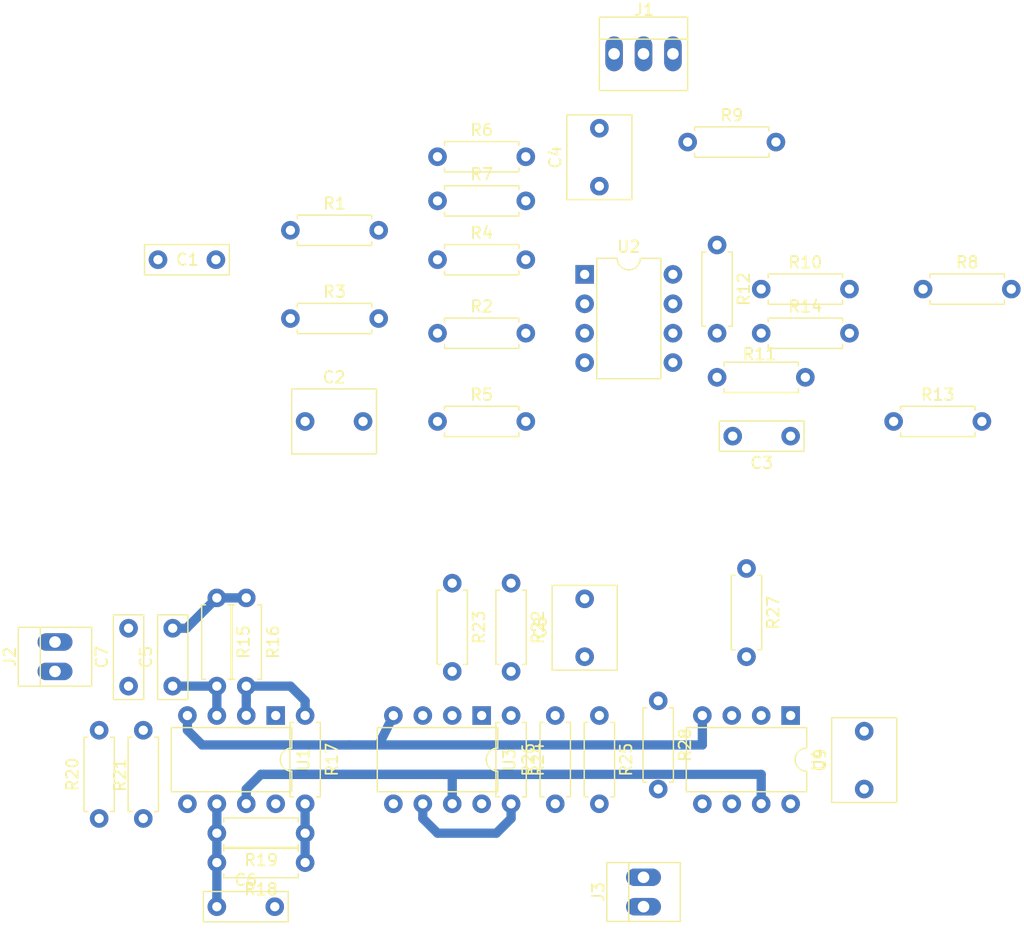
<source format=kicad_pcb>
(kicad_pcb (version 20170123) (host pcbnew no-vcs-found-a92ea8c~58~ubuntu17.04.1)

  (general
    (links 79)
    (no_connects 63)
    (area 14.1925 32.0725 102.905001 113.8925)
    (thickness 1.6)
    (drawings 0)
    (tracks 37)
    (zones 0)
    (modules 44)
    (nets 35)
  )

  (page A4)
  (layers
    (0 F.Cu signal)
    (31 B.Cu signal)
    (32 B.Adhes user)
    (33 F.Adhes user)
    (34 B.Paste user)
    (35 F.Paste user)
    (36 B.SilkS user)
    (37 F.SilkS user)
    (38 B.Mask user)
    (39 F.Mask user)
    (40 Dwgs.User user)
    (41 Cmts.User user)
    (42 Eco1.User user)
    (43 Eco2.User user)
    (44 Edge.Cuts user)
    (45 Margin user)
    (46 B.CrtYd user)
    (47 F.CrtYd user)
    (48 B.Fab user)
    (49 F.Fab user)
  )

  (setup
    (last_trace_width 0.8)
    (user_trace_width 0.5)
    (user_trace_width 0.8)
    (user_trace_width 1)
    (trace_clearance 0.2)
    (zone_clearance 0.508)
    (zone_45_only no)
    (trace_min 0.2)
    (segment_width 0.2)
    (edge_width 0.15)
    (via_size 0.8)
    (via_drill 0.4)
    (via_min_size 0.4)
    (via_min_drill 0.3)
    (uvia_size 0.3)
    (uvia_drill 0.1)
    (uvias_allowed no)
    (uvia_min_size 0.2)
    (uvia_min_drill 0.1)
    (pcb_text_width 0.3)
    (pcb_text_size 1.5 1.5)
    (mod_edge_width 0.15)
    (mod_text_size 1 1)
    (mod_text_width 0.15)
    (pad_size 1.524 1.524)
    (pad_drill 0.762)
    (pad_to_mask_clearance 0.2)
    (aux_axis_origin 0 0)
    (visible_elements FFFDFE7F)
    (pcbplotparams
      (layerselection 0x00030_ffffffff)
      (usegerberextensions false)
      (excludeedgelayer true)
      (linewidth 0.100000)
      (plotframeref false)
      (viasonmask false)
      (mode 1)
      (useauxorigin false)
      (hpglpennumber 1)
      (hpglpenspeed 20)
      (hpglpendiameter 15)
      (psnegative false)
      (psa4output false)
      (plotreference true)
      (plotvalue true)
      (plotinvisibletext false)
      (padsonsilk false)
      (subtractmaskfromsilk false)
      (outputformat 1)
      (mirror false)
      (drillshape 1)
      (scaleselection 1)
      (outputdirectory ""))
  )

  (net 0 "")
  (net 1 "Net-(C7-Pad1)")
  (net 2 "Net-(C6-Pad1)")
  (net 3 "Net-(R22-Pad2)")
  (net 4 "Net-(C9-Pad1)")
  (net 5 "Net-(C9-Pad2)")
  (net 6 GND)
  (net 7 "Net-(J3-Pad1)")
  (net 8 "Net-(C8-Pad1)")
  (net 9 "Net-(R1-Pad1)")
  (net 10 "Net-(J1-Pad2)")
  (net 11 "Net-(C1-Pad1)")
  (net 12 "Net-(R4-Pad1)")
  (net 13 "Net-(R6-Pad1)")
  (net 14 "Net-(R5-Pad2)")
  (net 15 "Net-(J1-Pad1)")
  (net 16 "Net-(R10-Pad2)")
  (net 17 "Net-(C3-Pad1)")
  (net 18 "Net-(R11-Pad1)")
  (net 19 "Net-(R12-Pad2)")
  (net 20 "Net-(R13-Pad1)")
  (net 21 "Net-(C4-Pad1)")
  (net 22 "Net-(C5-Pad1)")
  (net 23 "Net-(R16-Pad2)")
  (net 24 "Net-(C6-Pad2)")
  (net 25 "Net-(C2-Pad1)")
  (net 26 "Net-(U1-Pad8)")
  (net 27 "Net-(U1-Pad5)")
  (net 28 "Net-(U1-Pad1)")
  (net 29 "Net-(U3-Pad1)")
  (net 30 "Net-(U3-Pad5)")
  (net 31 "Net-(U3-Pad8)")
  (net 32 "Net-(U4-Pad1)")
  (net 33 "Net-(U4-Pad5)")
  (net 34 "Net-(U4-Pad8)")

  (net_class Default "This is the default net class."
    (clearance 0.2)
    (trace_width 0.25)
    (via_dia 0.8)
    (via_drill 0.4)
    (uvia_dia 0.3)
    (uvia_drill 0.1)
    (add_net GND)
    (add_net "Net-(C1-Pad1)")
    (add_net "Net-(C2-Pad1)")
    (add_net "Net-(C3-Pad1)")
    (add_net "Net-(C4-Pad1)")
    (add_net "Net-(C5-Pad1)")
    (add_net "Net-(C6-Pad1)")
    (add_net "Net-(C6-Pad2)")
    (add_net "Net-(C7-Pad1)")
    (add_net "Net-(C8-Pad1)")
    (add_net "Net-(C9-Pad1)")
    (add_net "Net-(C9-Pad2)")
    (add_net "Net-(J1-Pad1)")
    (add_net "Net-(J1-Pad2)")
    (add_net "Net-(J3-Pad1)")
    (add_net "Net-(R1-Pad1)")
    (add_net "Net-(R10-Pad2)")
    (add_net "Net-(R11-Pad1)")
    (add_net "Net-(R12-Pad2)")
    (add_net "Net-(R13-Pad1)")
    (add_net "Net-(R16-Pad2)")
    (add_net "Net-(R22-Pad2)")
    (add_net "Net-(R4-Pad1)")
    (add_net "Net-(R5-Pad2)")
    (add_net "Net-(R6-Pad1)")
    (add_net "Net-(U1-Pad1)")
    (add_net "Net-(U1-Pad5)")
    (add_net "Net-(U1-Pad8)")
    (add_net "Net-(U3-Pad1)")
    (add_net "Net-(U3-Pad5)")
    (add_net "Net-(U3-Pad8)")
    (add_net "Net-(U4-Pad1)")
    (add_net "Net-(U4-Pad5)")
    (add_net "Net-(U4-Pad8)")
  )

  (module Capacitors_THT:C_Rect_L7.2mm_W2.5mm_P5.00mm_FKS2_FKP2_MKS2_MKP2 (layer F.Cu) (tedit 5910CE8D) (tstamp 59109267)
    (at 27.94 54.61)
    (descr "C, Rect series, Radial, pin pitch=5.00mm, , length*width=7.2*2.5mm^2, Capacitor, http://www.wima.com/EN/WIMA_FKS_2.pdf")
    (tags "C Rect series Radial pin pitch 5.00mm  length 7.2mm width 2.5mm Capacitor")
    (path /5908339E)
    (fp_text reference C1 (at 2.54 0) (layer F.SilkS)
      (effects (font (size 1 1) (thickness 0.15)))
    )
    (fp_text value 100n (at 2.5 2.31) (layer F.Fab)
      (effects (font (size 1 1) (thickness 0.15)))
    )
    (fp_line (start 6.45 -1.6) (end -1.45 -1.6) (layer F.CrtYd) (width 0.05))
    (fp_line (start 6.45 1.6) (end 6.45 -1.6) (layer F.CrtYd) (width 0.05))
    (fp_line (start -1.45 1.6) (end 6.45 1.6) (layer F.CrtYd) (width 0.05))
    (fp_line (start -1.45 -1.6) (end -1.45 1.6) (layer F.CrtYd) (width 0.05))
    (fp_line (start 6.16 -1.31) (end 6.16 1.31) (layer F.SilkS) (width 0.12))
    (fp_line (start -1.16 -1.31) (end -1.16 1.31) (layer F.SilkS) (width 0.12))
    (fp_line (start -1.16 1.31) (end 6.16 1.31) (layer F.SilkS) (width 0.12))
    (fp_line (start -1.16 -1.31) (end 6.16 -1.31) (layer F.SilkS) (width 0.12))
    (fp_line (start 6.1 -1.25) (end -1.1 -1.25) (layer F.Fab) (width 0.1))
    (fp_line (start 6.1 1.25) (end 6.1 -1.25) (layer F.Fab) (width 0.1))
    (fp_line (start -1.1 1.25) (end 6.1 1.25) (layer F.Fab) (width 0.1))
    (fp_line (start -1.1 -1.25) (end -1.1 1.25) (layer F.Fab) (width 0.1))
    (pad 2 thru_hole circle (at 5 0) (size 1.6 1.6) (drill 0.8) (layers *.Cu *.Mask)
      (net 6 GND))
    (pad 1 thru_hole circle (at 0 0) (size 1.6 1.6) (drill 0.8) (layers *.Cu *.Mask)
      (net 11 "Net-(C1-Pad1)"))
    (model Capacitors_THT.3dshapes/C_Rect_L7.2mm_W2.5mm_P5.00mm_FKS2_FKP2_MKS2_MKP2.wrl
      (at (xyz 0 0 0))
      (scale (xyz 0.393701 0.393701 0.393701))
      (rotate (xyz 0 0 0))
    )
  )

  (module Capacitors_THT:C_Rect_L7.2mm_W2.5mm_P5.00mm_FKS2_FKP2_MKS2_MKP2 (layer F.Cu) (tedit 58765D05) (tstamp 59109233)
    (at 82.55 69.85 180)
    (descr "C, Rect series, Radial, pin pitch=5.00mm, , length*width=7.2*2.5mm^2, Capacitor, http://www.wima.com/EN/WIMA_FKS_2.pdf")
    (tags "C Rect series Radial pin pitch 5.00mm  length 7.2mm width 2.5mm Capacitor")
    (path /59085C90)
    (fp_text reference C3 (at 2.5 -2.31 180) (layer F.SilkS)
      (effects (font (size 1 1) (thickness 0.15)))
    )
    (fp_text value 100n (at 2.5 2.31 180) (layer F.Fab)
      (effects (font (size 1 1) (thickness 0.15)))
    )
    (fp_line (start -1.1 -1.25) (end -1.1 1.25) (layer F.Fab) (width 0.1))
    (fp_line (start -1.1 1.25) (end 6.1 1.25) (layer F.Fab) (width 0.1))
    (fp_line (start 6.1 1.25) (end 6.1 -1.25) (layer F.Fab) (width 0.1))
    (fp_line (start 6.1 -1.25) (end -1.1 -1.25) (layer F.Fab) (width 0.1))
    (fp_line (start -1.16 -1.31) (end 6.16 -1.31) (layer F.SilkS) (width 0.12))
    (fp_line (start -1.16 1.31) (end 6.16 1.31) (layer F.SilkS) (width 0.12))
    (fp_line (start -1.16 -1.31) (end -1.16 1.31) (layer F.SilkS) (width 0.12))
    (fp_line (start 6.16 -1.31) (end 6.16 1.31) (layer F.SilkS) (width 0.12))
    (fp_line (start -1.45 -1.6) (end -1.45 1.6) (layer F.CrtYd) (width 0.05))
    (fp_line (start -1.45 1.6) (end 6.45 1.6) (layer F.CrtYd) (width 0.05))
    (fp_line (start 6.45 1.6) (end 6.45 -1.6) (layer F.CrtYd) (width 0.05))
    (fp_line (start 6.45 -1.6) (end -1.45 -1.6) (layer F.CrtYd) (width 0.05))
    (pad 1 thru_hole circle (at 0 0 180) (size 1.6 1.6) (drill 0.8) (layers *.Cu *.Mask)
      (net 17 "Net-(C3-Pad1)"))
    (pad 2 thru_hole circle (at 5 0 180) (size 1.6 1.6) (drill 0.8) (layers *.Cu *.Mask)
      (net 6 GND))
    (model Capacitors_THT.3dshapes/C_Rect_L7.2mm_W2.5mm_P5.00mm_FKS2_FKP2_MKS2_MKP2.wrl
      (at (xyz 0 0 0))
      (scale (xyz 0.393701 0.393701 0.393701))
      (rotate (xyz 0 0 0))
    )
  )

  (module Capacitors_THT:C_Rect_L7.2mm_W2.5mm_P5.00mm_FKS2_FKP2_MKS2_MKP2 (layer F.Cu) (tedit 58765D05) (tstamp 591091FF)
    (at 29.21 91.44 90)
    (descr "C, Rect series, Radial, pin pitch=5.00mm, , length*width=7.2*2.5mm^2, Capacitor, http://www.wima.com/EN/WIMA_FKS_2.pdf")
    (tags "C Rect series Radial pin pitch 5.00mm  length 7.2mm width 2.5mm Capacitor")
    (path /5908752A)
    (fp_text reference C5 (at 2.5 -2.31 90) (layer F.SilkS)
      (effects (font (size 1 1) (thickness 0.15)))
    )
    (fp_text value 68p (at 2.5 2.31 90) (layer F.Fab)
      (effects (font (size 1 1) (thickness 0.15)))
    )
    (fp_line (start 6.45 -1.6) (end -1.45 -1.6) (layer F.CrtYd) (width 0.05))
    (fp_line (start 6.45 1.6) (end 6.45 -1.6) (layer F.CrtYd) (width 0.05))
    (fp_line (start -1.45 1.6) (end 6.45 1.6) (layer F.CrtYd) (width 0.05))
    (fp_line (start -1.45 -1.6) (end -1.45 1.6) (layer F.CrtYd) (width 0.05))
    (fp_line (start 6.16 -1.31) (end 6.16 1.31) (layer F.SilkS) (width 0.12))
    (fp_line (start -1.16 -1.31) (end -1.16 1.31) (layer F.SilkS) (width 0.12))
    (fp_line (start -1.16 1.31) (end 6.16 1.31) (layer F.SilkS) (width 0.12))
    (fp_line (start -1.16 -1.31) (end 6.16 -1.31) (layer F.SilkS) (width 0.12))
    (fp_line (start 6.1 -1.25) (end -1.1 -1.25) (layer F.Fab) (width 0.1))
    (fp_line (start 6.1 1.25) (end 6.1 -1.25) (layer F.Fab) (width 0.1))
    (fp_line (start -1.1 1.25) (end 6.1 1.25) (layer F.Fab) (width 0.1))
    (fp_line (start -1.1 -1.25) (end -1.1 1.25) (layer F.Fab) (width 0.1))
    (pad 2 thru_hole circle (at 5 0 90) (size 1.6 1.6) (drill 0.8) (layers *.Cu *.Mask)
      (net 6 GND))
    (pad 1 thru_hole circle (at 0 0 90) (size 1.6 1.6) (drill 0.8) (layers *.Cu *.Mask)
      (net 22 "Net-(C5-Pad1)"))
    (model Capacitors_THT.3dshapes/C_Rect_L7.2mm_W2.5mm_P5.00mm_FKS2_FKP2_MKS2_MKP2.wrl
      (at (xyz 0 0 0))
      (scale (xyz 0.393701 0.393701 0.393701))
      (rotate (xyz 0 0 0))
    )
  )

  (module Capacitors_THT:C_Rect_L7.2mm_W2.5mm_P5.00mm_FKS2_FKP2_MKS2_MKP2 (layer F.Cu) (tedit 58765D05) (tstamp 591091CB)
    (at 33.02 110.49)
    (descr "C, Rect series, Radial, pin pitch=5.00mm, , length*width=7.2*2.5mm^2, Capacitor, http://www.wima.com/EN/WIMA_FKS_2.pdf")
    (tags "C Rect series Radial pin pitch 5.00mm  length 7.2mm width 2.5mm Capacitor")
    (path /59087A0B)
    (fp_text reference C6 (at 2.5 -2.31) (layer F.SilkS)
      (effects (font (size 1 1) (thickness 0.15)))
    )
    (fp_text value 100n (at 2.5 2.31) (layer F.Fab)
      (effects (font (size 1 1) (thickness 0.15)))
    )
    (fp_line (start -1.1 -1.25) (end -1.1 1.25) (layer F.Fab) (width 0.1))
    (fp_line (start -1.1 1.25) (end 6.1 1.25) (layer F.Fab) (width 0.1))
    (fp_line (start 6.1 1.25) (end 6.1 -1.25) (layer F.Fab) (width 0.1))
    (fp_line (start 6.1 -1.25) (end -1.1 -1.25) (layer F.Fab) (width 0.1))
    (fp_line (start -1.16 -1.31) (end 6.16 -1.31) (layer F.SilkS) (width 0.12))
    (fp_line (start -1.16 1.31) (end 6.16 1.31) (layer F.SilkS) (width 0.12))
    (fp_line (start -1.16 -1.31) (end -1.16 1.31) (layer F.SilkS) (width 0.12))
    (fp_line (start 6.16 -1.31) (end 6.16 1.31) (layer F.SilkS) (width 0.12))
    (fp_line (start -1.45 -1.6) (end -1.45 1.6) (layer F.CrtYd) (width 0.05))
    (fp_line (start -1.45 1.6) (end 6.45 1.6) (layer F.CrtYd) (width 0.05))
    (fp_line (start 6.45 1.6) (end 6.45 -1.6) (layer F.CrtYd) (width 0.05))
    (fp_line (start 6.45 -1.6) (end -1.45 -1.6) (layer F.CrtYd) (width 0.05))
    (pad 1 thru_hole circle (at 0 0) (size 1.6 1.6) (drill 0.8) (layers *.Cu *.Mask)
      (net 2 "Net-(C6-Pad1)"))
    (pad 2 thru_hole circle (at 5 0) (size 1.6 1.6) (drill 0.8) (layers *.Cu *.Mask)
      (net 24 "Net-(C6-Pad2)"))
    (model Capacitors_THT.3dshapes/C_Rect_L7.2mm_W2.5mm_P5.00mm_FKS2_FKP2_MKS2_MKP2.wrl
      (at (xyz 0 0 0))
      (scale (xyz 0.393701 0.393701 0.393701))
      (rotate (xyz 0 0 0))
    )
  )

  (module Capacitors_THT:C_Rect_L7.2mm_W2.5mm_P5.00mm_FKS2_FKP2_MKS2_MKP2 (layer F.Cu) (tedit 58765D05) (tstamp 59109197)
    (at 25.4 91.44 90)
    (descr "C, Rect series, Radial, pin pitch=5.00mm, , length*width=7.2*2.5mm^2, Capacitor, http://www.wima.com/EN/WIMA_FKS_2.pdf")
    (tags "C Rect series Radial pin pitch 5.00mm  length 7.2mm width 2.5mm Capacitor")
    (path /59087B71)
    (fp_text reference C7 (at 2.5 -2.31 90) (layer F.SilkS)
      (effects (font (size 1 1) (thickness 0.15)))
    )
    (fp_text value 100n (at 2.5 2.31 90) (layer F.Fab)
      (effects (font (size 1 1) (thickness 0.15)))
    )
    (fp_line (start 6.45 -1.6) (end -1.45 -1.6) (layer F.CrtYd) (width 0.05))
    (fp_line (start 6.45 1.6) (end 6.45 -1.6) (layer F.CrtYd) (width 0.05))
    (fp_line (start -1.45 1.6) (end 6.45 1.6) (layer F.CrtYd) (width 0.05))
    (fp_line (start -1.45 -1.6) (end -1.45 1.6) (layer F.CrtYd) (width 0.05))
    (fp_line (start 6.16 -1.31) (end 6.16 1.31) (layer F.SilkS) (width 0.12))
    (fp_line (start -1.16 -1.31) (end -1.16 1.31) (layer F.SilkS) (width 0.12))
    (fp_line (start -1.16 1.31) (end 6.16 1.31) (layer F.SilkS) (width 0.12))
    (fp_line (start -1.16 -1.31) (end 6.16 -1.31) (layer F.SilkS) (width 0.12))
    (fp_line (start 6.1 -1.25) (end -1.1 -1.25) (layer F.Fab) (width 0.1))
    (fp_line (start 6.1 1.25) (end 6.1 -1.25) (layer F.Fab) (width 0.1))
    (fp_line (start -1.1 1.25) (end 6.1 1.25) (layer F.Fab) (width 0.1))
    (fp_line (start -1.1 -1.25) (end -1.1 1.25) (layer F.Fab) (width 0.1))
    (pad 2 thru_hole circle (at 5 0 90) (size 1.6 1.6) (drill 0.8) (layers *.Cu *.Mask)
      (net 6 GND))
    (pad 1 thru_hole circle (at 0 0 90) (size 1.6 1.6) (drill 0.8) (layers *.Cu *.Mask)
      (net 1 "Net-(C7-Pad1)"))
    (model Capacitors_THT.3dshapes/C_Rect_L7.2mm_W2.5mm_P5.00mm_FKS2_FKP2_MKS2_MKP2.wrl
      (at (xyz 0 0 0))
      (scale (xyz 0.393701 0.393701 0.393701))
      (rotate (xyz 0 0 0))
    )
  )

  (module Capacitors_THT:C_Rect_L7.2mm_W5.5mm_P5.00mm_FKS2_FKP2_MKS2_MKP2 (layer F.Cu) (tedit 58765D05) (tstamp 59109163)
    (at 40.64 68.58)
    (descr "C, Rect series, Radial, pin pitch=5.00mm, , length*width=7.2*5.5mm^2, Capacitor, http://www.wima.com/EN/WIMA_FKS_2.pdf")
    (tags "C Rect series Radial pin pitch 5.00mm  length 7.2mm width 5.5mm Capacitor")
    (path /59084571)
    (fp_text reference C2 (at 2.5 -3.81) (layer F.SilkS)
      (effects (font (size 1 1) (thickness 0.15)))
    )
    (fp_text value 1uF (at 2.5 3.81) (layer F.Fab)
      (effects (font (size 1 1) (thickness 0.15)))
    )
    (fp_line (start -1.1 -2.75) (end -1.1 2.75) (layer F.Fab) (width 0.1))
    (fp_line (start -1.1 2.75) (end 6.1 2.75) (layer F.Fab) (width 0.1))
    (fp_line (start 6.1 2.75) (end 6.1 -2.75) (layer F.Fab) (width 0.1))
    (fp_line (start 6.1 -2.75) (end -1.1 -2.75) (layer F.Fab) (width 0.1))
    (fp_line (start -1.16 -2.81) (end 6.16 -2.81) (layer F.SilkS) (width 0.12))
    (fp_line (start -1.16 2.81) (end 6.16 2.81) (layer F.SilkS) (width 0.12))
    (fp_line (start -1.16 -2.81) (end -1.16 2.81) (layer F.SilkS) (width 0.12))
    (fp_line (start 6.16 -2.81) (end 6.16 2.81) (layer F.SilkS) (width 0.12))
    (fp_line (start -1.45 -3.1) (end -1.45 3.1) (layer F.CrtYd) (width 0.05))
    (fp_line (start -1.45 3.1) (end 6.45 3.1) (layer F.CrtYd) (width 0.05))
    (fp_line (start 6.45 3.1) (end 6.45 -3.1) (layer F.CrtYd) (width 0.05))
    (fp_line (start 6.45 -3.1) (end -1.45 -3.1) (layer F.CrtYd) (width 0.05))
    (pad 1 thru_hole circle (at 0 0) (size 1.6 1.6) (drill 0.8) (layers *.Cu *.Mask)
      (net 25 "Net-(C2-Pad1)"))
    (pad 2 thru_hole circle (at 5 0) (size 1.6 1.6) (drill 0.8) (layers *.Cu *.Mask)
      (net 6 GND))
    (model Capacitors_THT.3dshapes/C_Rect_L7.2mm_W5.5mm_P5.00mm_FKS2_FKP2_MKS2_MKP2.wrl
      (at (xyz 0 0 0))
      (scale (xyz 0.393701 0.393701 0.393701))
      (rotate (xyz 0 0 0))
    )
  )

  (module Capacitors_THT:C_Rect_L7.2mm_W5.5mm_P5.00mm_FKS2_FKP2_MKS2_MKP2 (layer F.Cu) (tedit 58765D05) (tstamp 5910912F)
    (at 66.04 48.26 90)
    (descr "C, Rect series, Radial, pin pitch=5.00mm, , length*width=7.2*5.5mm^2, Capacitor, http://www.wima.com/EN/WIMA_FKS_2.pdf")
    (tags "C Rect series Radial pin pitch 5.00mm  length 7.2mm width 5.5mm Capacitor")
    (path /59085CC1)
    (fp_text reference C4 (at 2.5 -3.81 90) (layer F.SilkS)
      (effects (font (size 1 1) (thickness 0.15)))
    )
    (fp_text value 1uF (at 2.5 3.81 90) (layer F.Fab)
      (effects (font (size 1 1) (thickness 0.15)))
    )
    (fp_line (start 6.45 -3.1) (end -1.45 -3.1) (layer F.CrtYd) (width 0.05))
    (fp_line (start 6.45 3.1) (end 6.45 -3.1) (layer F.CrtYd) (width 0.05))
    (fp_line (start -1.45 3.1) (end 6.45 3.1) (layer F.CrtYd) (width 0.05))
    (fp_line (start -1.45 -3.1) (end -1.45 3.1) (layer F.CrtYd) (width 0.05))
    (fp_line (start 6.16 -2.81) (end 6.16 2.81) (layer F.SilkS) (width 0.12))
    (fp_line (start -1.16 -2.81) (end -1.16 2.81) (layer F.SilkS) (width 0.12))
    (fp_line (start -1.16 2.81) (end 6.16 2.81) (layer F.SilkS) (width 0.12))
    (fp_line (start -1.16 -2.81) (end 6.16 -2.81) (layer F.SilkS) (width 0.12))
    (fp_line (start 6.1 -2.75) (end -1.1 -2.75) (layer F.Fab) (width 0.1))
    (fp_line (start 6.1 2.75) (end 6.1 -2.75) (layer F.Fab) (width 0.1))
    (fp_line (start -1.1 2.75) (end 6.1 2.75) (layer F.Fab) (width 0.1))
    (fp_line (start -1.1 -2.75) (end -1.1 2.75) (layer F.Fab) (width 0.1))
    (pad 2 thru_hole circle (at 5 0 90) (size 1.6 1.6) (drill 0.8) (layers *.Cu *.Mask)
      (net 6 GND))
    (pad 1 thru_hole circle (at 0 0 90) (size 1.6 1.6) (drill 0.8) (layers *.Cu *.Mask)
      (net 21 "Net-(C4-Pad1)"))
    (model Capacitors_THT.3dshapes/C_Rect_L7.2mm_W5.5mm_P5.00mm_FKS2_FKP2_MKS2_MKP2.wrl
      (at (xyz 0 0 0))
      (scale (xyz 0.393701 0.393701 0.393701))
      (rotate (xyz 0 0 0))
    )
  )

  (module Capacitors_THT:C_Rect_L7.2mm_W5.5mm_P5.00mm_FKS2_FKP2_MKS2_MKP2 (layer F.Cu) (tedit 58765D05) (tstamp 591090FB)
    (at 64.77 88.9 90)
    (descr "C, Rect series, Radial, pin pitch=5.00mm, , length*width=7.2*5.5mm^2, Capacitor, http://www.wima.com/EN/WIMA_FKS_2.pdf")
    (tags "C Rect series Radial pin pitch 5.00mm  length 7.2mm width 5.5mm Capacitor")
    (path /5908817A)
    (fp_text reference C8 (at 2.5 -3.81 90) (layer F.SilkS)
      (effects (font (size 1 1) (thickness 0.15)))
    )
    (fp_text value 1uF (at 2.5 3.81 90) (layer F.Fab)
      (effects (font (size 1 1) (thickness 0.15)))
    )
    (fp_line (start -1.1 -2.75) (end -1.1 2.75) (layer F.Fab) (width 0.1))
    (fp_line (start -1.1 2.75) (end 6.1 2.75) (layer F.Fab) (width 0.1))
    (fp_line (start 6.1 2.75) (end 6.1 -2.75) (layer F.Fab) (width 0.1))
    (fp_line (start 6.1 -2.75) (end -1.1 -2.75) (layer F.Fab) (width 0.1))
    (fp_line (start -1.16 -2.81) (end 6.16 -2.81) (layer F.SilkS) (width 0.12))
    (fp_line (start -1.16 2.81) (end 6.16 2.81) (layer F.SilkS) (width 0.12))
    (fp_line (start -1.16 -2.81) (end -1.16 2.81) (layer F.SilkS) (width 0.12))
    (fp_line (start 6.16 -2.81) (end 6.16 2.81) (layer F.SilkS) (width 0.12))
    (fp_line (start -1.45 -3.1) (end -1.45 3.1) (layer F.CrtYd) (width 0.05))
    (fp_line (start -1.45 3.1) (end 6.45 3.1) (layer F.CrtYd) (width 0.05))
    (fp_line (start 6.45 3.1) (end 6.45 -3.1) (layer F.CrtYd) (width 0.05))
    (fp_line (start 6.45 -3.1) (end -1.45 -3.1) (layer F.CrtYd) (width 0.05))
    (pad 1 thru_hole circle (at 0 0 90) (size 1.6 1.6) (drill 0.8) (layers *.Cu *.Mask)
      (net 8 "Net-(C8-Pad1)"))
    (pad 2 thru_hole circle (at 5 0 90) (size 1.6 1.6) (drill 0.8) (layers *.Cu *.Mask)
      (net 6 GND))
    (model Capacitors_THT.3dshapes/C_Rect_L7.2mm_W5.5mm_P5.00mm_FKS2_FKP2_MKS2_MKP2.wrl
      (at (xyz 0 0 0))
      (scale (xyz 0.393701 0.393701 0.393701))
      (rotate (xyz 0 0 0))
    )
  )

  (module Capacitors_THT:C_Rect_L7.2mm_W5.5mm_P5.00mm_FKS2_FKP2_MKS2_MKP2 (layer F.Cu) (tedit 58765D05) (tstamp 591090C7)
    (at 88.9 100.33 90)
    (descr "C, Rect series, Radial, pin pitch=5.00mm, , length*width=7.2*5.5mm^2, Capacitor, http://www.wima.com/EN/WIMA_FKS_2.pdf")
    (tags "C Rect series Radial pin pitch 5.00mm  length 7.2mm width 5.5mm Capacitor")
    (path /59088222)
    (fp_text reference C9 (at 2.5 -3.81 90) (layer F.SilkS)
      (effects (font (size 1 1) (thickness 0.15)))
    )
    (fp_text value 1uF (at 2.5 3.81 90) (layer F.Fab)
      (effects (font (size 1 1) (thickness 0.15)))
    )
    (fp_line (start 6.45 -3.1) (end -1.45 -3.1) (layer F.CrtYd) (width 0.05))
    (fp_line (start 6.45 3.1) (end 6.45 -3.1) (layer F.CrtYd) (width 0.05))
    (fp_line (start -1.45 3.1) (end 6.45 3.1) (layer F.CrtYd) (width 0.05))
    (fp_line (start -1.45 -3.1) (end -1.45 3.1) (layer F.CrtYd) (width 0.05))
    (fp_line (start 6.16 -2.81) (end 6.16 2.81) (layer F.SilkS) (width 0.12))
    (fp_line (start -1.16 -2.81) (end -1.16 2.81) (layer F.SilkS) (width 0.12))
    (fp_line (start -1.16 2.81) (end 6.16 2.81) (layer F.SilkS) (width 0.12))
    (fp_line (start -1.16 -2.81) (end 6.16 -2.81) (layer F.SilkS) (width 0.12))
    (fp_line (start 6.1 -2.75) (end -1.1 -2.75) (layer F.Fab) (width 0.1))
    (fp_line (start 6.1 2.75) (end 6.1 -2.75) (layer F.Fab) (width 0.1))
    (fp_line (start -1.1 2.75) (end 6.1 2.75) (layer F.Fab) (width 0.1))
    (fp_line (start -1.1 -2.75) (end -1.1 2.75) (layer F.Fab) (width 0.1))
    (pad 2 thru_hole circle (at 5 0 90) (size 1.6 1.6) (drill 0.8) (layers *.Cu *.Mask)
      (net 5 "Net-(C9-Pad2)"))
    (pad 1 thru_hole circle (at 0 0 90) (size 1.6 1.6) (drill 0.8) (layers *.Cu *.Mask)
      (net 4 "Net-(C9-Pad1)"))
    (model Capacitors_THT.3dshapes/C_Rect_L7.2mm_W5.5mm_P5.00mm_FKS2_FKP2_MKS2_MKP2.wrl
      (at (xyz 0 0 0))
      (scale (xyz 0.393701 0.393701 0.393701))
      (rotate (xyz 0 0 0))
    )
  )

  (module Connectors:PINHEAD1-2 (layer F.Cu) (tedit 0) (tstamp 59109099)
    (at 19.05 90.17 90)
    (path /590F84DB)
    (fp_text reference J2 (at 1.27 -3.9 90) (layer F.SilkS)
      (effects (font (size 1 1) (thickness 0.15)))
    )
    (fp_text value in (at 1.27 3.81 90) (layer F.Fab)
      (effects (font (size 1 1) (thickness 0.15)))
    )
    (fp_line (start 3.81 -1.27) (end -1.27 -1.27) (layer F.SilkS) (width 0.12))
    (fp_line (start 3.81 3.17) (end -1.27 3.17) (layer F.SilkS) (width 0.12))
    (fp_line (start -1.27 -3.17) (end 3.81 -3.17) (layer F.SilkS) (width 0.12))
    (fp_line (start -1.27 -3.17) (end -1.27 3.17) (layer F.SilkS) (width 0.12))
    (fp_line (start 3.81 -3.17) (end 3.81 3.17) (layer F.SilkS) (width 0.12))
    (fp_line (start -1.52 -3.42) (end 4.06 -3.42) (layer F.CrtYd) (width 0.05))
    (fp_line (start -1.52 -3.42) (end -1.52 3.42) (layer F.CrtYd) (width 0.05))
    (fp_line (start 4.06 3.42) (end 4.06 -3.42) (layer F.CrtYd) (width 0.05))
    (fp_line (start 4.06 3.42) (end -1.52 3.42) (layer F.CrtYd) (width 0.05))
    (pad 1 thru_hole oval (at 0 0 90) (size 1.51 3.01) (drill 1) (layers *.Cu *.Mask)
      (net 22 "Net-(C5-Pad1)"))
    (pad 2 thru_hole oval (at 2.54 0 90) (size 1.51 3.01) (drill 1) (layers *.Cu *.Mask)
      (net 6 GND))
  )

  (module Connectors:PINHEAD1-2 (layer F.Cu) (tedit 0) (tstamp 5910906E)
    (at 69.85 110.49 90)
    (path /590F863C)
    (fp_text reference J3 (at 1.27 -3.9 90) (layer F.SilkS)
      (effects (font (size 1 1) (thickness 0.15)))
    )
    (fp_text value out (at 1.27 3.81 90) (layer F.Fab)
      (effects (font (size 1 1) (thickness 0.15)))
    )
    (fp_line (start 4.06 3.42) (end -1.52 3.42) (layer F.CrtYd) (width 0.05))
    (fp_line (start 4.06 3.42) (end 4.06 -3.42) (layer F.CrtYd) (width 0.05))
    (fp_line (start -1.52 -3.42) (end -1.52 3.42) (layer F.CrtYd) (width 0.05))
    (fp_line (start -1.52 -3.42) (end 4.06 -3.42) (layer F.CrtYd) (width 0.05))
    (fp_line (start 3.81 -3.17) (end 3.81 3.17) (layer F.SilkS) (width 0.12))
    (fp_line (start -1.27 -3.17) (end -1.27 3.17) (layer F.SilkS) (width 0.12))
    (fp_line (start -1.27 -3.17) (end 3.81 -3.17) (layer F.SilkS) (width 0.12))
    (fp_line (start 3.81 3.17) (end -1.27 3.17) (layer F.SilkS) (width 0.12))
    (fp_line (start 3.81 -1.27) (end -1.27 -1.27) (layer F.SilkS) (width 0.12))
    (pad 2 thru_hole oval (at 2.54 0 90) (size 1.51 3.01) (drill 1) (layers *.Cu *.Mask)
      (net 6 GND))
    (pad 1 thru_hole oval (at 0 0 90) (size 1.51 3.01) (drill 1) (layers *.Cu *.Mask)
      (net 7 "Net-(J3-Pad1)"))
  )

  (module Connectors:PINHEAD1-3 (layer F.Cu) (tedit 0) (tstamp 59109041)
    (at 67.31 36.83)
    (path /590F87A4)
    (fp_text reference J1 (at 2.59 -3.8) (layer F.SilkS)
      (effects (font (size 1 1) (thickness 0.15)))
    )
    (fp_text value power (at 2.54 3.81) (layer F.Fab)
      (effects (font (size 1 1) (thickness 0.15)))
    )
    (fp_line (start 6.6 3.42) (end -1.52 3.42) (layer F.CrtYd) (width 0.05))
    (fp_line (start 6.6 3.42) (end 6.6 -3.42) (layer F.CrtYd) (width 0.05))
    (fp_line (start -1.52 -3.42) (end -1.52 3.42) (layer F.CrtYd) (width 0.05))
    (fp_line (start -1.52 -3.42) (end 6.6 -3.42) (layer F.CrtYd) (width 0.05))
    (fp_line (start 6.35 3.17) (end -1.27 3.17) (layer F.SilkS) (width 0.12))
    (fp_line (start -1.27 -3.17) (end 6.35 -3.17) (layer F.SilkS) (width 0.12))
    (fp_line (start 6.35 -1.27) (end -1.27 -1.27) (layer F.SilkS) (width 0.12))
    (fp_line (start 6.35 -3.17) (end 6.35 3.17) (layer F.SilkS) (width 0.12))
    (fp_line (start -1.27 -3.17) (end -1.27 3.17) (layer F.SilkS) (width 0.12))
    (pad 3 thru_hole oval (at 5.08 0) (size 1.51 3.01) (drill 1) (layers *.Cu *.Mask)
      (net 6 GND))
    (pad 2 thru_hole oval (at 2.54 0) (size 1.51 3.01) (drill 1) (layers *.Cu *.Mask)
      (net 10 "Net-(J1-Pad2)"))
    (pad 1 thru_hole oval (at 0 0) (size 1.51 3.01) (drill 1) (layers *.Cu *.Mask)
      (net 15 "Net-(J1-Pad1)"))
  )

  (module Housings_DIP:DIP-8_W7.62mm (layer F.Cu) (tedit 58CC8E33) (tstamp 59108FFB)
    (at 82.55 93.98 270)
    (descr "8-lead dip package, row spacing 7.62 mm (300 mils)")
    (tags "DIL DIP PDIP 2.54mm 7.62mm 300mil")
    (path /59083810)
    (fp_text reference U4 (at 3.81 -2.39 270) (layer F.SilkS)
      (effects (font (size 1 1) (thickness 0.15)))
    )
    (fp_text value TL071 (at 3.81 10.01 270) (layer F.Fab)
      (effects (font (size 1 1) (thickness 0.15)))
    )
    (fp_text user %R (at 3.81 3.81 270) (layer F.Fab)
      (effects (font (size 1 1) (thickness 0.15)))
    )
    (fp_line (start 1.635 -1.27) (end 6.985 -1.27) (layer F.Fab) (width 0.1))
    (fp_line (start 6.985 -1.27) (end 6.985 8.89) (layer F.Fab) (width 0.1))
    (fp_line (start 6.985 8.89) (end 0.635 8.89) (layer F.Fab) (width 0.1))
    (fp_line (start 0.635 8.89) (end 0.635 -0.27) (layer F.Fab) (width 0.1))
    (fp_line (start 0.635 -0.27) (end 1.635 -1.27) (layer F.Fab) (width 0.1))
    (fp_line (start 2.81 -1.39) (end 1.04 -1.39) (layer F.SilkS) (width 0.12))
    (fp_line (start 1.04 -1.39) (end 1.04 9.01) (layer F.SilkS) (width 0.12))
    (fp_line (start 1.04 9.01) (end 6.58 9.01) (layer F.SilkS) (width 0.12))
    (fp_line (start 6.58 9.01) (end 6.58 -1.39) (layer F.SilkS) (width 0.12))
    (fp_line (start 6.58 -1.39) (end 4.81 -1.39) (layer F.SilkS) (width 0.12))
    (fp_line (start -1.1 -1.6) (end -1.1 9.2) (layer F.CrtYd) (width 0.05))
    (fp_line (start -1.1 9.2) (end 8.7 9.2) (layer F.CrtYd) (width 0.05))
    (fp_line (start 8.7 9.2) (end 8.7 -1.6) (layer F.CrtYd) (width 0.05))
    (fp_line (start 8.7 -1.6) (end -1.1 -1.6) (layer F.CrtYd) (width 0.05))
    (fp_arc (start 3.81 -1.39) (end 2.81 -1.39) (angle -180) (layer F.SilkS) (width 0.12))
    (pad 1 thru_hole rect (at 0 0 270) (size 1.6 1.6) (drill 0.8) (layers *.Cu *.Mask)
      (net 32 "Net-(U4-Pad1)"))
    (pad 5 thru_hole oval (at 7.62 7.62 270) (size 1.6 1.6) (drill 0.8) (layers *.Cu *.Mask)
      (net 33 "Net-(U4-Pad5)"))
    (pad 2 thru_hole oval (at 0 2.54 270) (size 1.6 1.6) (drill 0.8) (layers *.Cu *.Mask)
      (net 5 "Net-(C9-Pad2)"))
    (pad 6 thru_hole oval (at 7.62 5.08 270) (size 1.6 1.6) (drill 0.8) (layers *.Cu *.Mask)
      (net 4 "Net-(C9-Pad1)"))
    (pad 3 thru_hole oval (at 0 5.08 270) (size 1.6 1.6) (drill 0.8) (layers *.Cu *.Mask)
      (net 8 "Net-(C8-Pad1)"))
    (pad 7 thru_hole oval (at 7.62 2.54 270) (size 1.6 1.6) (drill 0.8) (layers *.Cu *.Mask)
      (net 25 "Net-(C2-Pad1)"))
    (pad 4 thru_hole oval (at 0 7.62 270) (size 1.6 1.6) (drill 0.8) (layers *.Cu *.Mask)
      (net 21 "Net-(C4-Pad1)"))
    (pad 8 thru_hole oval (at 7.62 0 270) (size 1.6 1.6) (drill 0.8) (layers *.Cu *.Mask)
      (net 34 "Net-(U4-Pad8)"))
    (model Housings_DIP.3dshapes/DIP-8_W7.62mm.wrl
      (at (xyz 0 0 0))
      (scale (xyz 1 1 1))
      (rotate (xyz 0 0 0))
    )
  )

  (module Housings_DIP:DIP-8_W7.62mm (layer F.Cu) (tedit 58CC8E33) (tstamp 59108FA9)
    (at 64.77 55.88)
    (descr "8-lead dip package, row spacing 7.62 mm (300 mils)")
    (tags "DIL DIP PDIP 2.54mm 7.62mm 300mil")
    (path /590834E8)
    (fp_text reference U2 (at 3.81 -2.39) (layer F.SilkS)
      (effects (font (size 1 1) (thickness 0.15)))
    )
    (fp_text value TL072 (at 3.81 10.01) (layer F.Fab)
      (effects (font (size 1 1) (thickness 0.15)))
    )
    (fp_arc (start 3.81 -1.39) (end 2.81 -1.39) (angle -180) (layer F.SilkS) (width 0.12))
    (fp_line (start 8.7 -1.6) (end -1.1 -1.6) (layer F.CrtYd) (width 0.05))
    (fp_line (start 8.7 9.2) (end 8.7 -1.6) (layer F.CrtYd) (width 0.05))
    (fp_line (start -1.1 9.2) (end 8.7 9.2) (layer F.CrtYd) (width 0.05))
    (fp_line (start -1.1 -1.6) (end -1.1 9.2) (layer F.CrtYd) (width 0.05))
    (fp_line (start 6.58 -1.39) (end 4.81 -1.39) (layer F.SilkS) (width 0.12))
    (fp_line (start 6.58 9.01) (end 6.58 -1.39) (layer F.SilkS) (width 0.12))
    (fp_line (start 1.04 9.01) (end 6.58 9.01) (layer F.SilkS) (width 0.12))
    (fp_line (start 1.04 -1.39) (end 1.04 9.01) (layer F.SilkS) (width 0.12))
    (fp_line (start 2.81 -1.39) (end 1.04 -1.39) (layer F.SilkS) (width 0.12))
    (fp_line (start 0.635 -0.27) (end 1.635 -1.27) (layer F.Fab) (width 0.1))
    (fp_line (start 0.635 8.89) (end 0.635 -0.27) (layer F.Fab) (width 0.1))
    (fp_line (start 6.985 8.89) (end 0.635 8.89) (layer F.Fab) (width 0.1))
    (fp_line (start 6.985 -1.27) (end 6.985 8.89) (layer F.Fab) (width 0.1))
    (fp_line (start 1.635 -1.27) (end 6.985 -1.27) (layer F.Fab) (width 0.1))
    (fp_text user %R (at 3.81 3.81) (layer F.Fab)
      (effects (font (size 1 1) (thickness 0.15)))
    )
    (pad 8 thru_hole oval (at 7.62 0) (size 1.6 1.6) (drill 0.8) (layers *.Cu *.Mask)
      (net 10 "Net-(J1-Pad2)"))
    (pad 4 thru_hole oval (at 0 7.62) (size 1.6 1.6) (drill 0.8) (layers *.Cu *.Mask)
      (net 15 "Net-(J1-Pad1)"))
    (pad 7 thru_hole oval (at 7.62 2.54) (size 1.6 1.6) (drill 0.8) (layers *.Cu *.Mask)
      (net 21 "Net-(C4-Pad1)"))
    (pad 3 thru_hole oval (at 0 5.08) (size 1.6 1.6) (drill 0.8) (layers *.Cu *.Mask)
      (net 12 "Net-(R4-Pad1)"))
    (pad 6 thru_hole oval (at 7.62 5.08) (size 1.6 1.6) (drill 0.8) (layers *.Cu *.Mask)
      (net 19 "Net-(R12-Pad2)"))
    (pad 2 thru_hole oval (at 0 2.54) (size 1.6 1.6) (drill 0.8) (layers *.Cu *.Mask)
      (net 14 "Net-(R5-Pad2)"))
    (pad 5 thru_hole oval (at 7.62 7.62) (size 1.6 1.6) (drill 0.8) (layers *.Cu *.Mask)
      (net 18 "Net-(R11-Pad1)"))
    (pad 1 thru_hole rect (at 0 0) (size 1.6 1.6) (drill 0.8) (layers *.Cu *.Mask)
      (net 25 "Net-(C2-Pad1)"))
    (model Housings_DIP.3dshapes/DIP-8_W7.62mm.wrl
      (at (xyz 0 0 0))
      (scale (xyz 1 1 1))
      (rotate (xyz 0 0 0))
    )
  )

  (module Housings_DIP:DIP-8_W7.62mm (layer F.Cu) (tedit 5910CE5D) (tstamp 59108F57)
    (at 55.88 93.98 270)
    (descr "8-lead dip package, row spacing 7.62 mm (300 mils)")
    (tags "DIL DIP PDIP 2.54mm 7.62mm 300mil")
    (path /590837A4)
    (fp_text reference U3 (at 3.81 -2.39 270) (layer F.SilkS)
      (effects (font (size 1 1) (thickness 0.15)))
    )
    (fp_text value TL071 (at 3.81 10.01 270) (layer F.Fab)
      (effects (font (size 1 1) (thickness 0.15)))
    )
    (fp_text user %R (at 3.81 3.81) (layer F.Fab)
      (effects (font (size 1 1) (thickness 0.15)))
    )
    (fp_line (start 1.635 -1.27) (end 6.985 -1.27) (layer F.Fab) (width 0.1))
    (fp_line (start 6.985 -1.27) (end 6.985 8.89) (layer F.Fab) (width 0.1))
    (fp_line (start 6.985 8.89) (end 0.635 8.89) (layer F.Fab) (width 0.1))
    (fp_line (start 0.635 8.89) (end 0.635 -0.27) (layer F.Fab) (width 0.1))
    (fp_line (start 0.635 -0.27) (end 1.635 -1.27) (layer F.Fab) (width 0.1))
    (fp_line (start 2.81 -1.39) (end 1.04 -1.39) (layer F.SilkS) (width 0.12))
    (fp_line (start 1.04 -1.39) (end 1.04 9.01) (layer F.SilkS) (width 0.12))
    (fp_line (start 1.04 9.01) (end 6.58 9.01) (layer F.SilkS) (width 0.12))
    (fp_line (start 6.58 9.01) (end 6.58 -1.39) (layer F.SilkS) (width 0.12))
    (fp_line (start 6.58 -1.39) (end 4.81 -1.39) (layer F.SilkS) (width 0.12))
    (fp_line (start -1.1 -1.6) (end -1.1 9.2) (layer F.CrtYd) (width 0.05))
    (fp_line (start -1.1 9.2) (end 8.7 9.2) (layer F.CrtYd) (width 0.05))
    (fp_line (start 8.7 9.2) (end 8.7 -1.6) (layer F.CrtYd) (width 0.05))
    (fp_line (start 8.7 -1.6) (end -1.1 -1.6) (layer F.CrtYd) (width 0.05))
    (fp_arc (start 3.81 -1.39) (end 2.81 -1.39) (angle -180) (layer F.SilkS) (width 0.12))
    (pad 1 thru_hole rect (at 0 0 270) (size 1.6 1.6) (drill 0.8) (layers *.Cu *.Mask)
      (net 29 "Net-(U3-Pad1)"))
    (pad 5 thru_hole oval (at 7.62 7.62 270) (size 1.6 1.6) (drill 0.8) (layers *.Cu *.Mask)
      (net 30 "Net-(U3-Pad5)"))
    (pad 2 thru_hole oval (at 0 2.54 270) (size 1.6 1.6) (drill 0.8) (layers *.Cu *.Mask)
      (net 3 "Net-(R22-Pad2)"))
    (pad 6 thru_hole oval (at 7.62 5.08 270) (size 1.6 1.6) (drill 0.8) (layers *.Cu *.Mask)
      (net 7 "Net-(J3-Pad1)"))
    (pad 3 thru_hole oval (at 0 5.08 270) (size 1.6 1.6) (drill 0.8) (layers *.Cu *.Mask)
      (net 1 "Net-(C7-Pad1)"))
    (pad 7 thru_hole oval (at 7.62 2.54 270) (size 1.6 1.6) (drill 0.8) (layers *.Cu *.Mask)
      (net 25 "Net-(C2-Pad1)"))
    (pad 4 thru_hole oval (at 0 7.62 270) (size 1.6 1.6) (drill 0.8) (layers *.Cu *.Mask)
      (net 21 "Net-(C4-Pad1)"))
    (pad 8 thru_hole oval (at 7.62 0 270) (size 1.6 1.6) (drill 0.8) (layers *.Cu *.Mask)
      (net 31 "Net-(U3-Pad8)"))
    (model Housings_DIP.3dshapes/DIP-8_W7.62mm.wrl
      (at (xyz 0 0 0))
      (scale (xyz 1 1 1))
      (rotate (xyz 0 0 0))
    )
  )

  (module Housings_DIP:DIP-8_W7.62mm (layer F.Cu) (tedit 58CC8E33) (tstamp 59108F05)
    (at 38.1 93.98 270)
    (descr "8-lead dip package, row spacing 7.62 mm (300 mils)")
    (tags "DIL DIP PDIP 2.54mm 7.62mm 300mil")
    (path /590836D0)
    (fp_text reference U1 (at 3.81 -2.39 270) (layer F.SilkS)
      (effects (font (size 1 1) (thickness 0.15)))
    )
    (fp_text value TL071 (at 3.81 10.01 270) (layer F.Fab)
      (effects (font (size 1 1) (thickness 0.15)))
    )
    (fp_arc (start 3.81 -1.39) (end 2.81 -1.39) (angle -180) (layer F.SilkS) (width 0.12))
    (fp_line (start 8.7 -1.6) (end -1.1 -1.6) (layer F.CrtYd) (width 0.05))
    (fp_line (start 8.7 9.2) (end 8.7 -1.6) (layer F.CrtYd) (width 0.05))
    (fp_line (start -1.1 9.2) (end 8.7 9.2) (layer F.CrtYd) (width 0.05))
    (fp_line (start -1.1 -1.6) (end -1.1 9.2) (layer F.CrtYd) (width 0.05))
    (fp_line (start 6.58 -1.39) (end 4.81 -1.39) (layer F.SilkS) (width 0.12))
    (fp_line (start 6.58 9.01) (end 6.58 -1.39) (layer F.SilkS) (width 0.12))
    (fp_line (start 1.04 9.01) (end 6.58 9.01) (layer F.SilkS) (width 0.12))
    (fp_line (start 1.04 -1.39) (end 1.04 9.01) (layer F.SilkS) (width 0.12))
    (fp_line (start 2.81 -1.39) (end 1.04 -1.39) (layer F.SilkS) (width 0.12))
    (fp_line (start 0.635 -0.27) (end 1.635 -1.27) (layer F.Fab) (width 0.1))
    (fp_line (start 0.635 8.89) (end 0.635 -0.27) (layer F.Fab) (width 0.1))
    (fp_line (start 6.985 8.89) (end 0.635 8.89) (layer F.Fab) (width 0.1))
    (fp_line (start 6.985 -1.27) (end 6.985 8.89) (layer F.Fab) (width 0.1))
    (fp_line (start 1.635 -1.27) (end 6.985 -1.27) (layer F.Fab) (width 0.1))
    (fp_text user %R (at 3.81 3.81 270) (layer F.Fab)
      (effects (font (size 1 1) (thickness 0.15)))
    )
    (pad 8 thru_hole oval (at 7.62 0 270) (size 1.6 1.6) (drill 0.8) (layers *.Cu *.Mask)
      (net 26 "Net-(U1-Pad8)"))
    (pad 4 thru_hole oval (at 0 7.62 270) (size 1.6 1.6) (drill 0.8) (layers *.Cu *.Mask)
      (net 21 "Net-(C4-Pad1)"))
    (pad 7 thru_hole oval (at 7.62 2.54 270) (size 1.6 1.6) (drill 0.8) (layers *.Cu *.Mask)
      (net 25 "Net-(C2-Pad1)"))
    (pad 3 thru_hole oval (at 0 5.08 270) (size 1.6 1.6) (drill 0.8) (layers *.Cu *.Mask)
      (net 22 "Net-(C5-Pad1)"))
    (pad 6 thru_hole oval (at 7.62 5.08 270) (size 1.6 1.6) (drill 0.8) (layers *.Cu *.Mask)
      (net 2 "Net-(C6-Pad1)"))
    (pad 2 thru_hole oval (at 0 2.54 270) (size 1.6 1.6) (drill 0.8) (layers *.Cu *.Mask)
      (net 23 "Net-(R16-Pad2)"))
    (pad 5 thru_hole oval (at 7.62 7.62 270) (size 1.6 1.6) (drill 0.8) (layers *.Cu *.Mask)
      (net 27 "Net-(U1-Pad5)"))
    (pad 1 thru_hole rect (at 0 0 270) (size 1.6 1.6) (drill 0.8) (layers *.Cu *.Mask)
      (net 28 "Net-(U1-Pad1)"))
    (model Housings_DIP.3dshapes/DIP-8_W7.62mm.wrl
      (at (xyz 0 0 0))
      (scale (xyz 1 1 1))
      (rotate (xyz 0 0 0))
    )
  )

  (module Resistors_THT:R_Axial_DIN0207_L6.3mm_D2.5mm_P7.62mm_Horizontal (layer F.Cu) (tedit 5874F706) (tstamp 59108EBF)
    (at 52.07 49.53)
    (descr "Resistor, Axial_DIN0207 series, Axial, Horizontal, pin pitch=7.62mm, 0.25W = 1/4W, length*diameter=6.3*2.5mm^2, http://cdn-reichelt.de/documents/datenblatt/B400/1_4W%23YAG.pdf")
    (tags "Resistor Axial_DIN0207 series Axial Horizontal pin pitch 7.62mm 0.25W = 1/4W length 6.3mm diameter 2.5mm")
    (path /59084535)
    (fp_text reference R7 (at 3.81 -2.31) (layer F.SilkS)
      (effects (font (size 1 1) (thickness 0.15)))
    )
    (fp_text value 4k7 (at 3.81 2.31) (layer F.Fab)
      (effects (font (size 1 1) (thickness 0.15)))
    )
    (fp_line (start 0.66 -1.25) (end 0.66 1.25) (layer F.Fab) (width 0.1))
    (fp_line (start 0.66 1.25) (end 6.96 1.25) (layer F.Fab) (width 0.1))
    (fp_line (start 6.96 1.25) (end 6.96 -1.25) (layer F.Fab) (width 0.1))
    (fp_line (start 6.96 -1.25) (end 0.66 -1.25) (layer F.Fab) (width 0.1))
    (fp_line (start 0 0) (end 0.66 0) (layer F.Fab) (width 0.1))
    (fp_line (start 7.62 0) (end 6.96 0) (layer F.Fab) (width 0.1))
    (fp_line (start 0.6 -0.98) (end 0.6 -1.31) (layer F.SilkS) (width 0.12))
    (fp_line (start 0.6 -1.31) (end 7.02 -1.31) (layer F.SilkS) (width 0.12))
    (fp_line (start 7.02 -1.31) (end 7.02 -0.98) (layer F.SilkS) (width 0.12))
    (fp_line (start 0.6 0.98) (end 0.6 1.31) (layer F.SilkS) (width 0.12))
    (fp_line (start 0.6 1.31) (end 7.02 1.31) (layer F.SilkS) (width 0.12))
    (fp_line (start 7.02 1.31) (end 7.02 0.98) (layer F.SilkS) (width 0.12))
    (fp_line (start -1.05 -1.6) (end -1.05 1.6) (layer F.CrtYd) (width 0.05))
    (fp_line (start -1.05 1.6) (end 8.7 1.6) (layer F.CrtYd) (width 0.05))
    (fp_line (start 8.7 1.6) (end 8.7 -1.6) (layer F.CrtYd) (width 0.05))
    (fp_line (start 8.7 -1.6) (end -1.05 -1.6) (layer F.CrtYd) (width 0.05))
    (pad 1 thru_hole circle (at 0 0) (size 1.6 1.6) (drill 0.8) (layers *.Cu *.Mask)
      (net 25 "Net-(C2-Pad1)"))
    (pad 2 thru_hole oval (at 7.62 0) (size 1.6 1.6) (drill 0.8) (layers *.Cu *.Mask)
      (net 13 "Net-(R6-Pad1)"))
    (model Resistors_THT.3dshapes/R_Axial_DIN0207_L6.3mm_D2.5mm_P7.62mm_Horizontal.wrl
      (at (xyz 0 0 0))
      (scale (xyz 0.393701 0.393701 0.393701))
      (rotate (xyz 0 0 0))
    )
  )

  (module Resistors_THT:R_Axial_DIN0207_L6.3mm_D2.5mm_P7.62mm_Horizontal (layer F.Cu) (tedit 5874F706) (tstamp 59108E7F)
    (at 52.07 68.58)
    (descr "Resistor, Axial_DIN0207 series, Axial, Horizontal, pin pitch=7.62mm, 0.25W = 1/4W, length*diameter=6.3*2.5mm^2, http://cdn-reichelt.de/documents/datenblatt/B400/1_4W%23YAG.pdf")
    (tags "Resistor Axial_DIN0207 series Axial Horizontal pin pitch 7.62mm 0.25W = 1/4W length 6.3mm diameter 2.5mm")
    (path /59084A8B)
    (fp_text reference R5 (at 3.81 -2.31) (layer F.SilkS)
      (effects (font (size 1 1) (thickness 0.15)))
    )
    (fp_text value 1k (at 3.81 2.31) (layer F.Fab)
      (effects (font (size 1 1) (thickness 0.15)))
    )
    (fp_line (start 8.7 -1.6) (end -1.05 -1.6) (layer F.CrtYd) (width 0.05))
    (fp_line (start 8.7 1.6) (end 8.7 -1.6) (layer F.CrtYd) (width 0.05))
    (fp_line (start -1.05 1.6) (end 8.7 1.6) (layer F.CrtYd) (width 0.05))
    (fp_line (start -1.05 -1.6) (end -1.05 1.6) (layer F.CrtYd) (width 0.05))
    (fp_line (start 7.02 1.31) (end 7.02 0.98) (layer F.SilkS) (width 0.12))
    (fp_line (start 0.6 1.31) (end 7.02 1.31) (layer F.SilkS) (width 0.12))
    (fp_line (start 0.6 0.98) (end 0.6 1.31) (layer F.SilkS) (width 0.12))
    (fp_line (start 7.02 -1.31) (end 7.02 -0.98) (layer F.SilkS) (width 0.12))
    (fp_line (start 0.6 -1.31) (end 7.02 -1.31) (layer F.SilkS) (width 0.12))
    (fp_line (start 0.6 -0.98) (end 0.6 -1.31) (layer F.SilkS) (width 0.12))
    (fp_line (start 7.62 0) (end 6.96 0) (layer F.Fab) (width 0.1))
    (fp_line (start 0 0) (end 0.66 0) (layer F.Fab) (width 0.1))
    (fp_line (start 6.96 -1.25) (end 0.66 -1.25) (layer F.Fab) (width 0.1))
    (fp_line (start 6.96 1.25) (end 6.96 -1.25) (layer F.Fab) (width 0.1))
    (fp_line (start 0.66 1.25) (end 6.96 1.25) (layer F.Fab) (width 0.1))
    (fp_line (start 0.66 -1.25) (end 0.66 1.25) (layer F.Fab) (width 0.1))
    (pad 2 thru_hole oval (at 7.62 0) (size 1.6 1.6) (drill 0.8) (layers *.Cu *.Mask)
      (net 14 "Net-(R5-Pad2)"))
    (pad 1 thru_hole circle (at 0 0) (size 1.6 1.6) (drill 0.8) (layers *.Cu *.Mask)
      (net 6 GND))
    (model Resistors_THT.3dshapes/R_Axial_DIN0207_L6.3mm_D2.5mm_P7.62mm_Horizontal.wrl
      (at (xyz 0 0 0))
      (scale (xyz 0.393701 0.393701 0.393701))
      (rotate (xyz 0 0 0))
    )
  )

  (module Resistors_THT:R_Axial_DIN0207_L6.3mm_D2.5mm_P7.62mm_Horizontal (layer F.Cu) (tedit 5910D04D) (tstamp 59108E3F)
    (at 40.64 104.14 180)
    (descr "Resistor, Axial_DIN0207 series, Axial, Horizontal, pin pitch=7.62mm, 0.25W = 1/4W, length*diameter=6.3*2.5mm^2, http://cdn-reichelt.de/documents/datenblatt/B400/1_4W%23YAG.pdf")
    (tags "Resistor Axial_DIN0207 series Axial Horizontal pin pitch 7.62mm 0.25W = 1/4W length 6.3mm diameter 2.5mm")
    (path /590879AF)
    (fp_text reference R19 (at 3.794999 -2.3275 180) (layer F.SilkS)
      (effects (font (size 1 1) (thickness 0.15)))
    )
    (fp_text value 100k (at 3.81 2.31 180) (layer F.Fab)
      (effects (font (size 1 1) (thickness 0.15)))
    )
    (fp_line (start 0.66 -1.25) (end 0.66 1.25) (layer F.Fab) (width 0.1))
    (fp_line (start 0.66 1.25) (end 6.96 1.25) (layer F.Fab) (width 0.1))
    (fp_line (start 6.96 1.25) (end 6.96 -1.25) (layer F.Fab) (width 0.1))
    (fp_line (start 6.96 -1.25) (end 0.66 -1.25) (layer F.Fab) (width 0.1))
    (fp_line (start 0 0) (end 0.66 0) (layer F.Fab) (width 0.1))
    (fp_line (start 7.62 0) (end 6.96 0) (layer F.Fab) (width 0.1))
    (fp_line (start 0.6 -0.98) (end 0.6 -1.31) (layer F.SilkS) (width 0.12))
    (fp_line (start 0.6 -1.31) (end 7.02 -1.31) (layer F.SilkS) (width 0.12))
    (fp_line (start 7.02 -1.31) (end 7.02 -0.98) (layer F.SilkS) (width 0.12))
    (fp_line (start 0.6 0.98) (end 0.6 1.31) (layer F.SilkS) (width 0.12))
    (fp_line (start 0.6 1.31) (end 7.02 1.31) (layer F.SilkS) (width 0.12))
    (fp_line (start 7.02 1.31) (end 7.02 0.98) (layer F.SilkS) (width 0.12))
    (fp_line (start -1.05 -1.6) (end -1.05 1.6) (layer F.CrtYd) (width 0.05))
    (fp_line (start -1.05 1.6) (end 8.7 1.6) (layer F.CrtYd) (width 0.05))
    (fp_line (start 8.7 1.6) (end 8.7 -1.6) (layer F.CrtYd) (width 0.05))
    (fp_line (start 8.7 -1.6) (end -1.05 -1.6) (layer F.CrtYd) (width 0.05))
    (pad 1 thru_hole circle (at 0 0 180) (size 1.6 1.6) (drill 0.8) (layers *.Cu *.Mask)
      (net 24 "Net-(C6-Pad2)"))
    (pad 2 thru_hole oval (at 7.62 0 180) (size 1.6 1.6) (drill 0.8) (layers *.Cu *.Mask)
      (net 2 "Net-(C6-Pad1)"))
    (model Resistors_THT.3dshapes/R_Axial_DIN0207_L6.3mm_D2.5mm_P7.62mm_Horizontal.wrl
      (at (xyz 0 0 0))
      (scale (xyz 0.393701 0.393701 0.393701))
      (rotate (xyz 0 0 0))
    )
  )

  (module Resistors_THT:R_Axial_DIN0207_L6.3mm_D2.5mm_P7.62mm_Horizontal (layer F.Cu) (tedit 5874F706) (tstamp 59108DFF)
    (at 40.64 106.68 180)
    (descr "Resistor, Axial_DIN0207 series, Axial, Horizontal, pin pitch=7.62mm, 0.25W = 1/4W, length*diameter=6.3*2.5mm^2, http://cdn-reichelt.de/documents/datenblatt/B400/1_4W%23YAG.pdf")
    (tags "Resistor Axial_DIN0207 series Axial Horizontal pin pitch 7.62mm 0.25W = 1/4W length 6.3mm diameter 2.5mm")
    (path /59087921)
    (fp_text reference R18 (at 3.81 -2.31 180) (layer F.SilkS)
      (effects (font (size 1 1) (thickness 0.15)))
    )
    (fp_text value 47k (at 3.81 2.31 180) (layer F.Fab)
      (effects (font (size 1 1) (thickness 0.15)))
    )
    (fp_line (start 8.7 -1.6) (end -1.05 -1.6) (layer F.CrtYd) (width 0.05))
    (fp_line (start 8.7 1.6) (end 8.7 -1.6) (layer F.CrtYd) (width 0.05))
    (fp_line (start -1.05 1.6) (end 8.7 1.6) (layer F.CrtYd) (width 0.05))
    (fp_line (start -1.05 -1.6) (end -1.05 1.6) (layer F.CrtYd) (width 0.05))
    (fp_line (start 7.02 1.31) (end 7.02 0.98) (layer F.SilkS) (width 0.12))
    (fp_line (start 0.6 1.31) (end 7.02 1.31) (layer F.SilkS) (width 0.12))
    (fp_line (start 0.6 0.98) (end 0.6 1.31) (layer F.SilkS) (width 0.12))
    (fp_line (start 7.02 -1.31) (end 7.02 -0.98) (layer F.SilkS) (width 0.12))
    (fp_line (start 0.6 -1.31) (end 7.02 -1.31) (layer F.SilkS) (width 0.12))
    (fp_line (start 0.6 -0.98) (end 0.6 -1.31) (layer F.SilkS) (width 0.12))
    (fp_line (start 7.62 0) (end 6.96 0) (layer F.Fab) (width 0.1))
    (fp_line (start 0 0) (end 0.66 0) (layer F.Fab) (width 0.1))
    (fp_line (start 6.96 -1.25) (end 0.66 -1.25) (layer F.Fab) (width 0.1))
    (fp_line (start 6.96 1.25) (end 6.96 -1.25) (layer F.Fab) (width 0.1))
    (fp_line (start 0.66 1.25) (end 6.96 1.25) (layer F.Fab) (width 0.1))
    (fp_line (start 0.66 -1.25) (end 0.66 1.25) (layer F.Fab) (width 0.1))
    (pad 2 thru_hole oval (at 7.62 0 180) (size 1.6 1.6) (drill 0.8) (layers *.Cu *.Mask)
      (net 2 "Net-(C6-Pad1)"))
    (pad 1 thru_hole circle (at 0 0 180) (size 1.6 1.6) (drill 0.8) (layers *.Cu *.Mask)
      (net 24 "Net-(C6-Pad2)"))
    (model Resistors_THT.3dshapes/R_Axial_DIN0207_L6.3mm_D2.5mm_P7.62mm_Horizontal.wrl
      (at (xyz 0 0 0))
      (scale (xyz 0.393701 0.393701 0.393701))
      (rotate (xyz 0 0 0))
    )
  )

  (module Resistors_THT:R_Axial_DIN0207_L6.3mm_D2.5mm_P7.62mm_Horizontal (layer F.Cu) (tedit 5874F706) (tstamp 59108DBF)
    (at 40.64 93.98 270)
    (descr "Resistor, Axial_DIN0207 series, Axial, Horizontal, pin pitch=7.62mm, 0.25W = 1/4W, length*diameter=6.3*2.5mm^2, http://cdn-reichelt.de/documents/datenblatt/B400/1_4W%23YAG.pdf")
    (tags "Resistor Axial_DIN0207 series Axial Horizontal pin pitch 7.62mm 0.25W = 1/4W length 6.3mm diameter 2.5mm")
    (path /59087890)
    (fp_text reference R17 (at 3.81 -2.31 270) (layer F.SilkS)
      (effects (font (size 1 1) (thickness 0.15)))
    )
    (fp_text value 3k3 (at 3.81 2.31 270) (layer F.Fab)
      (effects (font (size 1 1) (thickness 0.15)))
    )
    (fp_line (start 0.66 -1.25) (end 0.66 1.25) (layer F.Fab) (width 0.1))
    (fp_line (start 0.66 1.25) (end 6.96 1.25) (layer F.Fab) (width 0.1))
    (fp_line (start 6.96 1.25) (end 6.96 -1.25) (layer F.Fab) (width 0.1))
    (fp_line (start 6.96 -1.25) (end 0.66 -1.25) (layer F.Fab) (width 0.1))
    (fp_line (start 0 0) (end 0.66 0) (layer F.Fab) (width 0.1))
    (fp_line (start 7.62 0) (end 6.96 0) (layer F.Fab) (width 0.1))
    (fp_line (start 0.6 -0.98) (end 0.6 -1.31) (layer F.SilkS) (width 0.12))
    (fp_line (start 0.6 -1.31) (end 7.02 -1.31) (layer F.SilkS) (width 0.12))
    (fp_line (start 7.02 -1.31) (end 7.02 -0.98) (layer F.SilkS) (width 0.12))
    (fp_line (start 0.6 0.98) (end 0.6 1.31) (layer F.SilkS) (width 0.12))
    (fp_line (start 0.6 1.31) (end 7.02 1.31) (layer F.SilkS) (width 0.12))
    (fp_line (start 7.02 1.31) (end 7.02 0.98) (layer F.SilkS) (width 0.12))
    (fp_line (start -1.05 -1.6) (end -1.05 1.6) (layer F.CrtYd) (width 0.05))
    (fp_line (start -1.05 1.6) (end 8.7 1.6) (layer F.CrtYd) (width 0.05))
    (fp_line (start 8.7 1.6) (end 8.7 -1.6) (layer F.CrtYd) (width 0.05))
    (fp_line (start 8.7 -1.6) (end -1.05 -1.6) (layer F.CrtYd) (width 0.05))
    (pad 1 thru_hole circle (at 0 0 270) (size 1.6 1.6) (drill 0.8) (layers *.Cu *.Mask)
      (net 23 "Net-(R16-Pad2)"))
    (pad 2 thru_hole oval (at 7.62 0 270) (size 1.6 1.6) (drill 0.8) (layers *.Cu *.Mask)
      (net 24 "Net-(C6-Pad2)"))
    (model Resistors_THT.3dshapes/R_Axial_DIN0207_L6.3mm_D2.5mm_P7.62mm_Horizontal.wrl
      (at (xyz 0 0 0))
      (scale (xyz 0.393701 0.393701 0.393701))
      (rotate (xyz 0 0 0))
    )
  )

  (module Resistors_THT:R_Axial_DIN0207_L6.3mm_D2.5mm_P7.62mm_Horizontal (layer F.Cu) (tedit 5874F706) (tstamp 59108D7F)
    (at 35.56 83.82 270)
    (descr "Resistor, Axial_DIN0207 series, Axial, Horizontal, pin pitch=7.62mm, 0.25W = 1/4W, length*diameter=6.3*2.5mm^2, http://cdn-reichelt.de/documents/datenblatt/B400/1_4W%23YAG.pdf")
    (tags "Resistor Axial_DIN0207 series Axial Horizontal pin pitch 7.62mm 0.25W = 1/4W length 6.3mm diameter 2.5mm")
    (path /59087836)
    (fp_text reference R16 (at 3.81 -2.31 270) (layer F.SilkS)
      (effects (font (size 1 1) (thickness 0.15)))
    )
    (fp_text value 220 (at 3.81 2.31 270) (layer F.Fab)
      (effects (font (size 1 1) (thickness 0.15)))
    )
    (fp_line (start 8.7 -1.6) (end -1.05 -1.6) (layer F.CrtYd) (width 0.05))
    (fp_line (start 8.7 1.6) (end 8.7 -1.6) (layer F.CrtYd) (width 0.05))
    (fp_line (start -1.05 1.6) (end 8.7 1.6) (layer F.CrtYd) (width 0.05))
    (fp_line (start -1.05 -1.6) (end -1.05 1.6) (layer F.CrtYd) (width 0.05))
    (fp_line (start 7.02 1.31) (end 7.02 0.98) (layer F.SilkS) (width 0.12))
    (fp_line (start 0.6 1.31) (end 7.02 1.31) (layer F.SilkS) (width 0.12))
    (fp_line (start 0.6 0.98) (end 0.6 1.31) (layer F.SilkS) (width 0.12))
    (fp_line (start 7.02 -1.31) (end 7.02 -0.98) (layer F.SilkS) (width 0.12))
    (fp_line (start 0.6 -1.31) (end 7.02 -1.31) (layer F.SilkS) (width 0.12))
    (fp_line (start 0.6 -0.98) (end 0.6 -1.31) (layer F.SilkS) (width 0.12))
    (fp_line (start 7.62 0) (end 6.96 0) (layer F.Fab) (width 0.1))
    (fp_line (start 0 0) (end 0.66 0) (layer F.Fab) (width 0.1))
    (fp_line (start 6.96 -1.25) (end 0.66 -1.25) (layer F.Fab) (width 0.1))
    (fp_line (start 6.96 1.25) (end 6.96 -1.25) (layer F.Fab) (width 0.1))
    (fp_line (start 0.66 1.25) (end 6.96 1.25) (layer F.Fab) (width 0.1))
    (fp_line (start 0.66 -1.25) (end 0.66 1.25) (layer F.Fab) (width 0.1))
    (pad 2 thru_hole oval (at 7.62 0 270) (size 1.6 1.6) (drill 0.8) (layers *.Cu *.Mask)
      (net 23 "Net-(R16-Pad2)"))
    (pad 1 thru_hole circle (at 0 0 270) (size 1.6 1.6) (drill 0.8) (layers *.Cu *.Mask)
      (net 6 GND))
    (model Resistors_THT.3dshapes/R_Axial_DIN0207_L6.3mm_D2.5mm_P7.62mm_Horizontal.wrl
      (at (xyz 0 0 0))
      (scale (xyz 0.393701 0.393701 0.393701))
      (rotate (xyz 0 0 0))
    )
  )

  (module Resistors_THT:R_Axial_DIN0207_L6.3mm_D2.5mm_P7.62mm_Horizontal (layer F.Cu) (tedit 5874F706) (tstamp 59108D3F)
    (at 33.02 83.82 270)
    (descr "Resistor, Axial_DIN0207 series, Axial, Horizontal, pin pitch=7.62mm, 0.25W = 1/4W, length*diameter=6.3*2.5mm^2, http://cdn-reichelt.de/documents/datenblatt/B400/1_4W%23YAG.pdf")
    (tags "Resistor Axial_DIN0207 series Axial Horizontal pin pitch 7.62mm 0.25W = 1/4W length 6.3mm diameter 2.5mm")
    (path /59087762)
    (fp_text reference R15 (at 3.81 -2.31 270) (layer F.SilkS)
      (effects (font (size 1 1) (thickness 0.15)))
    )
    (fp_text value 47k (at 3.81 2.31 270) (layer F.Fab)
      (effects (font (size 1 1) (thickness 0.15)))
    )
    (fp_line (start 0.66 -1.25) (end 0.66 1.25) (layer F.Fab) (width 0.1))
    (fp_line (start 0.66 1.25) (end 6.96 1.25) (layer F.Fab) (width 0.1))
    (fp_line (start 6.96 1.25) (end 6.96 -1.25) (layer F.Fab) (width 0.1))
    (fp_line (start 6.96 -1.25) (end 0.66 -1.25) (layer F.Fab) (width 0.1))
    (fp_line (start 0 0) (end 0.66 0) (layer F.Fab) (width 0.1))
    (fp_line (start 7.62 0) (end 6.96 0) (layer F.Fab) (width 0.1))
    (fp_line (start 0.6 -0.98) (end 0.6 -1.31) (layer F.SilkS) (width 0.12))
    (fp_line (start 0.6 -1.31) (end 7.02 -1.31) (layer F.SilkS) (width 0.12))
    (fp_line (start 7.02 -1.31) (end 7.02 -0.98) (layer F.SilkS) (width 0.12))
    (fp_line (start 0.6 0.98) (end 0.6 1.31) (layer F.SilkS) (width 0.12))
    (fp_line (start 0.6 1.31) (end 7.02 1.31) (layer F.SilkS) (width 0.12))
    (fp_line (start 7.02 1.31) (end 7.02 0.98) (layer F.SilkS) (width 0.12))
    (fp_line (start -1.05 -1.6) (end -1.05 1.6) (layer F.CrtYd) (width 0.05))
    (fp_line (start -1.05 1.6) (end 8.7 1.6) (layer F.CrtYd) (width 0.05))
    (fp_line (start 8.7 1.6) (end 8.7 -1.6) (layer F.CrtYd) (width 0.05))
    (fp_line (start 8.7 -1.6) (end -1.05 -1.6) (layer F.CrtYd) (width 0.05))
    (pad 1 thru_hole circle (at 0 0 270) (size 1.6 1.6) (drill 0.8) (layers *.Cu *.Mask)
      (net 6 GND))
    (pad 2 thru_hole oval (at 7.62 0 270) (size 1.6 1.6) (drill 0.8) (layers *.Cu *.Mask)
      (net 22 "Net-(C5-Pad1)"))
    (model Resistors_THT.3dshapes/R_Axial_DIN0207_L6.3mm_D2.5mm_P7.62mm_Horizontal.wrl
      (at (xyz 0 0 0))
      (scale (xyz 0.393701 0.393701 0.393701))
      (rotate (xyz 0 0 0))
    )
  )

  (module Resistors_THT:R_Axial_DIN0207_L6.3mm_D2.5mm_P7.62mm_Horizontal (layer F.Cu) (tedit 5874F706) (tstamp 59108CFF)
    (at 80.01 60.96)
    (descr "Resistor, Axial_DIN0207 series, Axial, Horizontal, pin pitch=7.62mm, 0.25W = 1/4W, length*diameter=6.3*2.5mm^2, http://cdn-reichelt.de/documents/datenblatt/B400/1_4W%23YAG.pdf")
    (tags "Resistor Axial_DIN0207 series Axial Horizontal pin pitch 7.62mm 0.25W = 1/4W length 6.3mm diameter 2.5mm")
    (path /59085CBA)
    (fp_text reference R14 (at 3.81 -2.31) (layer F.SilkS)
      (effects (font (size 1 1) (thickness 0.15)))
    )
    (fp_text value 4k7 (at 3.81 2.31) (layer F.Fab)
      (effects (font (size 1 1) (thickness 0.15)))
    )
    (fp_line (start 8.7 -1.6) (end -1.05 -1.6) (layer F.CrtYd) (width 0.05))
    (fp_line (start 8.7 1.6) (end 8.7 -1.6) (layer F.CrtYd) (width 0.05))
    (fp_line (start -1.05 1.6) (end 8.7 1.6) (layer F.CrtYd) (width 0.05))
    (fp_line (start -1.05 -1.6) (end -1.05 1.6) (layer F.CrtYd) (width 0.05))
    (fp_line (start 7.02 1.31) (end 7.02 0.98) (layer F.SilkS) (width 0.12))
    (fp_line (start 0.6 1.31) (end 7.02 1.31) (layer F.SilkS) (width 0.12))
    (fp_line (start 0.6 0.98) (end 0.6 1.31) (layer F.SilkS) (width 0.12))
    (fp_line (start 7.02 -1.31) (end 7.02 -0.98) (layer F.SilkS) (width 0.12))
    (fp_line (start 0.6 -1.31) (end 7.02 -1.31) (layer F.SilkS) (width 0.12))
    (fp_line (start 0.6 -0.98) (end 0.6 -1.31) (layer F.SilkS) (width 0.12))
    (fp_line (start 7.62 0) (end 6.96 0) (layer F.Fab) (width 0.1))
    (fp_line (start 0 0) (end 0.66 0) (layer F.Fab) (width 0.1))
    (fp_line (start 6.96 -1.25) (end 0.66 -1.25) (layer F.Fab) (width 0.1))
    (fp_line (start 6.96 1.25) (end 6.96 -1.25) (layer F.Fab) (width 0.1))
    (fp_line (start 0.66 1.25) (end 6.96 1.25) (layer F.Fab) (width 0.1))
    (fp_line (start 0.66 -1.25) (end 0.66 1.25) (layer F.Fab) (width 0.1))
    (pad 2 thru_hole oval (at 7.62 0) (size 1.6 1.6) (drill 0.8) (layers *.Cu *.Mask)
      (net 20 "Net-(R13-Pad1)"))
    (pad 1 thru_hole circle (at 0 0) (size 1.6 1.6) (drill 0.8) (layers *.Cu *.Mask)
      (net 21 "Net-(C4-Pad1)"))
    (model Resistors_THT.3dshapes/R_Axial_DIN0207_L6.3mm_D2.5mm_P7.62mm_Horizontal.wrl
      (at (xyz 0 0 0))
      (scale (xyz 0.393701 0.393701 0.393701))
      (rotate (xyz 0 0 0))
    )
  )

  (module Resistors_THT:R_Axial_DIN0207_L6.3mm_D2.5mm_P7.62mm_Horizontal (layer F.Cu) (tedit 5874F706) (tstamp 59108CBF)
    (at 91.44 68.58)
    (descr "Resistor, Axial_DIN0207 series, Axial, Horizontal, pin pitch=7.62mm, 0.25W = 1/4W, length*diameter=6.3*2.5mm^2, http://cdn-reichelt.de/documents/datenblatt/B400/1_4W%23YAG.pdf")
    (tags "Resistor Axial_DIN0207 series Axial Horizontal pin pitch 7.62mm 0.25W = 1/4W length 6.3mm diameter 2.5mm")
    (path /59085CB3)
    (fp_text reference R13 (at 3.81 -2.31) (layer F.SilkS)
      (effects (font (size 1 1) (thickness 0.15)))
    )
    (fp_text value 3k9 (at 3.81 2.31) (layer F.Fab)
      (effects (font (size 1 1) (thickness 0.15)))
    )
    (fp_line (start 0.66 -1.25) (end 0.66 1.25) (layer F.Fab) (width 0.1))
    (fp_line (start 0.66 1.25) (end 6.96 1.25) (layer F.Fab) (width 0.1))
    (fp_line (start 6.96 1.25) (end 6.96 -1.25) (layer F.Fab) (width 0.1))
    (fp_line (start 6.96 -1.25) (end 0.66 -1.25) (layer F.Fab) (width 0.1))
    (fp_line (start 0 0) (end 0.66 0) (layer F.Fab) (width 0.1))
    (fp_line (start 7.62 0) (end 6.96 0) (layer F.Fab) (width 0.1))
    (fp_line (start 0.6 -0.98) (end 0.6 -1.31) (layer F.SilkS) (width 0.12))
    (fp_line (start 0.6 -1.31) (end 7.02 -1.31) (layer F.SilkS) (width 0.12))
    (fp_line (start 7.02 -1.31) (end 7.02 -0.98) (layer F.SilkS) (width 0.12))
    (fp_line (start 0.6 0.98) (end 0.6 1.31) (layer F.SilkS) (width 0.12))
    (fp_line (start 0.6 1.31) (end 7.02 1.31) (layer F.SilkS) (width 0.12))
    (fp_line (start 7.02 1.31) (end 7.02 0.98) (layer F.SilkS) (width 0.12))
    (fp_line (start -1.05 -1.6) (end -1.05 1.6) (layer F.CrtYd) (width 0.05))
    (fp_line (start -1.05 1.6) (end 8.7 1.6) (layer F.CrtYd) (width 0.05))
    (fp_line (start 8.7 1.6) (end 8.7 -1.6) (layer F.CrtYd) (width 0.05))
    (fp_line (start 8.7 -1.6) (end -1.05 -1.6) (layer F.CrtYd) (width 0.05))
    (pad 1 thru_hole circle (at 0 0) (size 1.6 1.6) (drill 0.8) (layers *.Cu *.Mask)
      (net 20 "Net-(R13-Pad1)"))
    (pad 2 thru_hole oval (at 7.62 0) (size 1.6 1.6) (drill 0.8) (layers *.Cu *.Mask)
      (net 19 "Net-(R12-Pad2)"))
    (model Resistors_THT.3dshapes/R_Axial_DIN0207_L6.3mm_D2.5mm_P7.62mm_Horizontal.wrl
      (at (xyz 0 0 0))
      (scale (xyz 0.393701 0.393701 0.393701))
      (rotate (xyz 0 0 0))
    )
  )

  (module Resistors_THT:R_Axial_DIN0207_L6.3mm_D2.5mm_P7.62mm_Horizontal (layer F.Cu) (tedit 5874F706) (tstamp 59108C7F)
    (at 76.2 53.34 270)
    (descr "Resistor, Axial_DIN0207 series, Axial, Horizontal, pin pitch=7.62mm, 0.25W = 1/4W, length*diameter=6.3*2.5mm^2, http://cdn-reichelt.de/documents/datenblatt/B400/1_4W%23YAG.pdf")
    (tags "Resistor Axial_DIN0207 series Axial Horizontal pin pitch 7.62mm 0.25W = 1/4W length 6.3mm diameter 2.5mm")
    (path /59085CEB)
    (fp_text reference R12 (at 3.81 -2.31 270) (layer F.SilkS)
      (effects (font (size 1 1) (thickness 0.15)))
    )
    (fp_text value 1k (at 3.81 2.31 270) (layer F.Fab)
      (effects (font (size 1 1) (thickness 0.15)))
    )
    (fp_line (start 8.7 -1.6) (end -1.05 -1.6) (layer F.CrtYd) (width 0.05))
    (fp_line (start 8.7 1.6) (end 8.7 -1.6) (layer F.CrtYd) (width 0.05))
    (fp_line (start -1.05 1.6) (end 8.7 1.6) (layer F.CrtYd) (width 0.05))
    (fp_line (start -1.05 -1.6) (end -1.05 1.6) (layer F.CrtYd) (width 0.05))
    (fp_line (start 7.02 1.31) (end 7.02 0.98) (layer F.SilkS) (width 0.12))
    (fp_line (start 0.6 1.31) (end 7.02 1.31) (layer F.SilkS) (width 0.12))
    (fp_line (start 0.6 0.98) (end 0.6 1.31) (layer F.SilkS) (width 0.12))
    (fp_line (start 7.02 -1.31) (end 7.02 -0.98) (layer F.SilkS) (width 0.12))
    (fp_line (start 0.6 -1.31) (end 7.02 -1.31) (layer F.SilkS) (width 0.12))
    (fp_line (start 0.6 -0.98) (end 0.6 -1.31) (layer F.SilkS) (width 0.12))
    (fp_line (start 7.62 0) (end 6.96 0) (layer F.Fab) (width 0.1))
    (fp_line (start 0 0) (end 0.66 0) (layer F.Fab) (width 0.1))
    (fp_line (start 6.96 -1.25) (end 0.66 -1.25) (layer F.Fab) (width 0.1))
    (fp_line (start 6.96 1.25) (end 6.96 -1.25) (layer F.Fab) (width 0.1))
    (fp_line (start 0.66 1.25) (end 6.96 1.25) (layer F.Fab) (width 0.1))
    (fp_line (start 0.66 -1.25) (end 0.66 1.25) (layer F.Fab) (width 0.1))
    (pad 2 thru_hole oval (at 7.62 0 270) (size 1.6 1.6) (drill 0.8) (layers *.Cu *.Mask)
      (net 19 "Net-(R12-Pad2)"))
    (pad 1 thru_hole circle (at 0 0 270) (size 1.6 1.6) (drill 0.8) (layers *.Cu *.Mask)
      (net 6 GND))
    (model Resistors_THT.3dshapes/R_Axial_DIN0207_L6.3mm_D2.5mm_P7.62mm_Horizontal.wrl
      (at (xyz 0 0 0))
      (scale (xyz 0.393701 0.393701 0.393701))
      (rotate (xyz 0 0 0))
    )
  )

  (module Resistors_THT:R_Axial_DIN0207_L6.3mm_D2.5mm_P7.62mm_Horizontal (layer F.Cu) (tedit 5910CEC3) (tstamp 59108C3F)
    (at 76.2 64.77)
    (descr "Resistor, Axial_DIN0207 series, Axial, Horizontal, pin pitch=7.62mm, 0.25W = 1/4W, length*diameter=6.3*2.5mm^2, http://cdn-reichelt.de/documents/datenblatt/B400/1_4W%23YAG.pdf")
    (tags "Resistor Axial_DIN0207 series Axial Horizontal pin pitch 7.62mm 0.25W = 1/4W length 6.3mm diameter 2.5mm")
    (path /59085CA5)
    (fp_text reference R11 (at 3.664999 -1.9975) (layer F.SilkS)
      (effects (font (size 1 1) (thickness 0.15)))
    )
    (fp_text value 100 (at 3.81 2.31) (layer F.Fab)
      (effects (font (size 1 1) (thickness 0.15)))
    )
    (fp_line (start 0.66 -1.25) (end 0.66 1.25) (layer F.Fab) (width 0.1))
    (fp_line (start 0.66 1.25) (end 6.96 1.25) (layer F.Fab) (width 0.1))
    (fp_line (start 6.96 1.25) (end 6.96 -1.25) (layer F.Fab) (width 0.1))
    (fp_line (start 6.96 -1.25) (end 0.66 -1.25) (layer F.Fab) (width 0.1))
    (fp_line (start 0 0) (end 0.66 0) (layer F.Fab) (width 0.1))
    (fp_line (start 7.62 0) (end 6.96 0) (layer F.Fab) (width 0.1))
    (fp_line (start 0.6 -0.98) (end 0.6 -1.31) (layer F.SilkS) (width 0.12))
    (fp_line (start 0.6 -1.31) (end 7.02 -1.31) (layer F.SilkS) (width 0.12))
    (fp_line (start 7.02 -1.31) (end 7.02 -0.98) (layer F.SilkS) (width 0.12))
    (fp_line (start 0.6 0.98) (end 0.6 1.31) (layer F.SilkS) (width 0.12))
    (fp_line (start 0.6 1.31) (end 7.02 1.31) (layer F.SilkS) (width 0.12))
    (fp_line (start 7.02 1.31) (end 7.02 0.98) (layer F.SilkS) (width 0.12))
    (fp_line (start -1.05 -1.6) (end -1.05 1.6) (layer F.CrtYd) (width 0.05))
    (fp_line (start -1.05 1.6) (end 8.7 1.6) (layer F.CrtYd) (width 0.05))
    (fp_line (start 8.7 1.6) (end 8.7 -1.6) (layer F.CrtYd) (width 0.05))
    (fp_line (start 8.7 -1.6) (end -1.05 -1.6) (layer F.CrtYd) (width 0.05))
    (pad 1 thru_hole circle (at 0 0) (size 1.6 1.6) (drill 0.8) (layers *.Cu *.Mask)
      (net 18 "Net-(R11-Pad1)"))
    (pad 2 thru_hole oval (at 7.62 0) (size 1.6 1.6) (drill 0.8) (layers *.Cu *.Mask)
      (net 17 "Net-(C3-Pad1)"))
    (model Resistors_THT.3dshapes/R_Axial_DIN0207_L6.3mm_D2.5mm_P7.62mm_Horizontal.wrl
      (at (xyz 0 0 0))
      (scale (xyz 0.393701 0.393701 0.393701))
      (rotate (xyz 0 0 0))
    )
  )

  (module Resistors_THT:R_Axial_DIN0207_L6.3mm_D2.5mm_P7.62mm_Horizontal (layer F.Cu) (tedit 5874F706) (tstamp 59108BFF)
    (at 80.01 57.15)
    (descr "Resistor, Axial_DIN0207 series, Axial, Horizontal, pin pitch=7.62mm, 0.25W = 1/4W, length*diameter=6.3*2.5mm^2, http://cdn-reichelt.de/documents/datenblatt/B400/1_4W%23YAG.pdf")
    (tags "Resistor Axial_DIN0207 series Axial Horizontal pin pitch 7.62mm 0.25W = 1/4W length 6.3mm diameter 2.5mm")
    (path /59085C89)
    (fp_text reference R10 (at 3.81 -2.31) (layer F.SilkS)
      (effects (font (size 1 1) (thickness 0.15)))
    )
    (fp_text value 1M (at 3.81 2.31) (layer F.Fab)
      (effects (font (size 1 1) (thickness 0.15)))
    )
    (fp_line (start 8.7 -1.6) (end -1.05 -1.6) (layer F.CrtYd) (width 0.05))
    (fp_line (start 8.7 1.6) (end 8.7 -1.6) (layer F.CrtYd) (width 0.05))
    (fp_line (start -1.05 1.6) (end 8.7 1.6) (layer F.CrtYd) (width 0.05))
    (fp_line (start -1.05 -1.6) (end -1.05 1.6) (layer F.CrtYd) (width 0.05))
    (fp_line (start 7.02 1.31) (end 7.02 0.98) (layer F.SilkS) (width 0.12))
    (fp_line (start 0.6 1.31) (end 7.02 1.31) (layer F.SilkS) (width 0.12))
    (fp_line (start 0.6 0.98) (end 0.6 1.31) (layer F.SilkS) (width 0.12))
    (fp_line (start 7.02 -1.31) (end 7.02 -0.98) (layer F.SilkS) (width 0.12))
    (fp_line (start 0.6 -1.31) (end 7.02 -1.31) (layer F.SilkS) (width 0.12))
    (fp_line (start 0.6 -0.98) (end 0.6 -1.31) (layer F.SilkS) (width 0.12))
    (fp_line (start 7.62 0) (end 6.96 0) (layer F.Fab) (width 0.1))
    (fp_line (start 0 0) (end 0.66 0) (layer F.Fab) (width 0.1))
    (fp_line (start 6.96 -1.25) (end 0.66 -1.25) (layer F.Fab) (width 0.1))
    (fp_line (start 6.96 1.25) (end 6.96 -1.25) (layer F.Fab) (width 0.1))
    (fp_line (start 0.66 1.25) (end 6.96 1.25) (layer F.Fab) (width 0.1))
    (fp_line (start 0.66 -1.25) (end 0.66 1.25) (layer F.Fab) (width 0.1))
    (pad 2 thru_hole oval (at 7.62 0) (size 1.6 1.6) (drill 0.8) (layers *.Cu *.Mask)
      (net 16 "Net-(R10-Pad2)"))
    (pad 1 thru_hole circle (at 0 0) (size 1.6 1.6) (drill 0.8) (layers *.Cu *.Mask)
      (net 17 "Net-(C3-Pad1)"))
    (model Resistors_THT.3dshapes/R_Axial_DIN0207_L6.3mm_D2.5mm_P7.62mm_Horizontal.wrl
      (at (xyz 0 0 0))
      (scale (xyz 0.393701 0.393701 0.393701))
      (rotate (xyz 0 0 0))
    )
  )

  (module Resistors_THT:R_Axial_DIN0207_L6.3mm_D2.5mm_P7.62mm_Horizontal (layer F.Cu) (tedit 5874F706) (tstamp 59108BBF)
    (at 73.66 44.45)
    (descr "Resistor, Axial_DIN0207 series, Axial, Horizontal, pin pitch=7.62mm, 0.25W = 1/4W, length*diameter=6.3*2.5mm^2, http://cdn-reichelt.de/documents/datenblatt/B400/1_4W%23YAG.pdf")
    (tags "Resistor Axial_DIN0207 series Axial Horizontal pin pitch 7.62mm 0.25W = 1/4W length 6.3mm diameter 2.5mm")
    (path /59085CAC)
    (fp_text reference R9 (at 3.81 -2.31) (layer F.SilkS)
      (effects (font (size 1 1) (thickness 0.15)))
    )
    (fp_text value 2k4 (at 3.81 2.31) (layer F.Fab)
      (effects (font (size 1 1) (thickness 0.15)))
    )
    (fp_line (start 0.66 -1.25) (end 0.66 1.25) (layer F.Fab) (width 0.1))
    (fp_line (start 0.66 1.25) (end 6.96 1.25) (layer F.Fab) (width 0.1))
    (fp_line (start 6.96 1.25) (end 6.96 -1.25) (layer F.Fab) (width 0.1))
    (fp_line (start 6.96 -1.25) (end 0.66 -1.25) (layer F.Fab) (width 0.1))
    (fp_line (start 0 0) (end 0.66 0) (layer F.Fab) (width 0.1))
    (fp_line (start 7.62 0) (end 6.96 0) (layer F.Fab) (width 0.1))
    (fp_line (start 0.6 -0.98) (end 0.6 -1.31) (layer F.SilkS) (width 0.12))
    (fp_line (start 0.6 -1.31) (end 7.02 -1.31) (layer F.SilkS) (width 0.12))
    (fp_line (start 7.02 -1.31) (end 7.02 -0.98) (layer F.SilkS) (width 0.12))
    (fp_line (start 0.6 0.98) (end 0.6 1.31) (layer F.SilkS) (width 0.12))
    (fp_line (start 0.6 1.31) (end 7.02 1.31) (layer F.SilkS) (width 0.12))
    (fp_line (start 7.02 1.31) (end 7.02 0.98) (layer F.SilkS) (width 0.12))
    (fp_line (start -1.05 -1.6) (end -1.05 1.6) (layer F.CrtYd) (width 0.05))
    (fp_line (start -1.05 1.6) (end 8.7 1.6) (layer F.CrtYd) (width 0.05))
    (fp_line (start 8.7 1.6) (end 8.7 -1.6) (layer F.CrtYd) (width 0.05))
    (fp_line (start 8.7 -1.6) (end -1.05 -1.6) (layer F.CrtYd) (width 0.05))
    (pad 1 thru_hole circle (at 0 0) (size 1.6 1.6) (drill 0.8) (layers *.Cu *.Mask)
      (net 6 GND))
    (pad 2 thru_hole oval (at 7.62 0) (size 1.6 1.6) (drill 0.8) (layers *.Cu *.Mask)
      (net 16 "Net-(R10-Pad2)"))
    (model Resistors_THT.3dshapes/R_Axial_DIN0207_L6.3mm_D2.5mm_P7.62mm_Horizontal.wrl
      (at (xyz 0 0 0))
      (scale (xyz 0.393701 0.393701 0.393701))
      (rotate (xyz 0 0 0))
    )
  )

  (module Resistors_THT:R_Axial_DIN0207_L6.3mm_D2.5mm_P7.62mm_Horizontal (layer F.Cu) (tedit 5874F706) (tstamp 59108B7F)
    (at 93.98 57.15)
    (descr "Resistor, Axial_DIN0207 series, Axial, Horizontal, pin pitch=7.62mm, 0.25W = 1/4W, length*diameter=6.3*2.5mm^2, http://cdn-reichelt.de/documents/datenblatt/B400/1_4W%23YAG.pdf")
    (tags "Resistor Axial_DIN0207 series Axial Horizontal pin pitch 7.62mm 0.25W = 1/4W length 6.3mm diameter 2.5mm")
    (path /59085C9E)
    (fp_text reference R8 (at 3.81 -2.31) (layer F.SilkS)
      (effects (font (size 1 1) (thickness 0.15)))
    )
    (fp_text value 27k (at 3.81 2.31) (layer F.Fab)
      (effects (font (size 1 1) (thickness 0.15)))
    )
    (fp_line (start 8.7 -1.6) (end -1.05 -1.6) (layer F.CrtYd) (width 0.05))
    (fp_line (start 8.7 1.6) (end 8.7 -1.6) (layer F.CrtYd) (width 0.05))
    (fp_line (start -1.05 1.6) (end 8.7 1.6) (layer F.CrtYd) (width 0.05))
    (fp_line (start -1.05 -1.6) (end -1.05 1.6) (layer F.CrtYd) (width 0.05))
    (fp_line (start 7.02 1.31) (end 7.02 0.98) (layer F.SilkS) (width 0.12))
    (fp_line (start 0.6 1.31) (end 7.02 1.31) (layer F.SilkS) (width 0.12))
    (fp_line (start 0.6 0.98) (end 0.6 1.31) (layer F.SilkS) (width 0.12))
    (fp_line (start 7.02 -1.31) (end 7.02 -0.98) (layer F.SilkS) (width 0.12))
    (fp_line (start 0.6 -1.31) (end 7.02 -1.31) (layer F.SilkS) (width 0.12))
    (fp_line (start 0.6 -0.98) (end 0.6 -1.31) (layer F.SilkS) (width 0.12))
    (fp_line (start 7.62 0) (end 6.96 0) (layer F.Fab) (width 0.1))
    (fp_line (start 0 0) (end 0.66 0) (layer F.Fab) (width 0.1))
    (fp_line (start 6.96 -1.25) (end 0.66 -1.25) (layer F.Fab) (width 0.1))
    (fp_line (start 6.96 1.25) (end 6.96 -1.25) (layer F.Fab) (width 0.1))
    (fp_line (start 0.66 1.25) (end 6.96 1.25) (layer F.Fab) (width 0.1))
    (fp_line (start 0.66 -1.25) (end 0.66 1.25) (layer F.Fab) (width 0.1))
    (pad 2 thru_hole oval (at 7.62 0) (size 1.6 1.6) (drill 0.8) (layers *.Cu *.Mask)
      (net 15 "Net-(J1-Pad1)"))
    (pad 1 thru_hole circle (at 0 0) (size 1.6 1.6) (drill 0.8) (layers *.Cu *.Mask)
      (net 16 "Net-(R10-Pad2)"))
    (model Resistors_THT.3dshapes/R_Axial_DIN0207_L6.3mm_D2.5mm_P7.62mm_Horizontal.wrl
      (at (xyz 0 0 0))
      (scale (xyz 0.393701 0.393701 0.393701))
      (rotate (xyz 0 0 0))
    )
  )

  (module Resistors_THT:R_Axial_DIN0207_L6.3mm_D2.5mm_P7.62mm_Horizontal (layer F.Cu) (tedit 5874F706) (tstamp 59108B3F)
    (at 52.07 45.72)
    (descr "Resistor, Axial_DIN0207 series, Axial, Horizontal, pin pitch=7.62mm, 0.25W = 1/4W, length*diameter=6.3*2.5mm^2, http://cdn-reichelt.de/documents/datenblatt/B400/1_4W%23YAG.pdf")
    (tags "Resistor Axial_DIN0207 series Axial Horizontal pin pitch 7.62mm 0.25W = 1/4W length 6.3mm diameter 2.5mm")
    (path /590844E9)
    (fp_text reference R6 (at 3.81 -2.31) (layer F.SilkS)
      (effects (font (size 1 1) (thickness 0.15)))
    )
    (fp_text value 3k9 (at 3.81 2.31) (layer F.Fab)
      (effects (font (size 1 1) (thickness 0.15)))
    )
    (fp_line (start 0.66 -1.25) (end 0.66 1.25) (layer F.Fab) (width 0.1))
    (fp_line (start 0.66 1.25) (end 6.96 1.25) (layer F.Fab) (width 0.1))
    (fp_line (start 6.96 1.25) (end 6.96 -1.25) (layer F.Fab) (width 0.1))
    (fp_line (start 6.96 -1.25) (end 0.66 -1.25) (layer F.Fab) (width 0.1))
    (fp_line (start 0 0) (end 0.66 0) (layer F.Fab) (width 0.1))
    (fp_line (start 7.62 0) (end 6.96 0) (layer F.Fab) (width 0.1))
    (fp_line (start 0.6 -0.98) (end 0.6 -1.31) (layer F.SilkS) (width 0.12))
    (fp_line (start 0.6 -1.31) (end 7.02 -1.31) (layer F.SilkS) (width 0.12))
    (fp_line (start 7.02 -1.31) (end 7.02 -0.98) (layer F.SilkS) (width 0.12))
    (fp_line (start 0.6 0.98) (end 0.6 1.31) (layer F.SilkS) (width 0.12))
    (fp_line (start 0.6 1.31) (end 7.02 1.31) (layer F.SilkS) (width 0.12))
    (fp_line (start 7.02 1.31) (end 7.02 0.98) (layer F.SilkS) (width 0.12))
    (fp_line (start -1.05 -1.6) (end -1.05 1.6) (layer F.CrtYd) (width 0.05))
    (fp_line (start -1.05 1.6) (end 8.7 1.6) (layer F.CrtYd) (width 0.05))
    (fp_line (start 8.7 1.6) (end 8.7 -1.6) (layer F.CrtYd) (width 0.05))
    (fp_line (start 8.7 -1.6) (end -1.05 -1.6) (layer F.CrtYd) (width 0.05))
    (pad 1 thru_hole circle (at 0 0) (size 1.6 1.6) (drill 0.8) (layers *.Cu *.Mask)
      (net 13 "Net-(R6-Pad1)"))
    (pad 2 thru_hole oval (at 7.62 0) (size 1.6 1.6) (drill 0.8) (layers *.Cu *.Mask)
      (net 14 "Net-(R5-Pad2)"))
    (model Resistors_THT.3dshapes/R_Axial_DIN0207_L6.3mm_D2.5mm_P7.62mm_Horizontal.wrl
      (at (xyz 0 0 0))
      (scale (xyz 0.393701 0.393701 0.393701))
      (rotate (xyz 0 0 0))
    )
  )

  (module Resistors_THT:R_Axial_DIN0207_L6.3mm_D2.5mm_P7.62mm_Horizontal (layer F.Cu) (tedit 5874F706) (tstamp 59108AFF)
    (at 52.07 54.61)
    (descr "Resistor, Axial_DIN0207 series, Axial, Horizontal, pin pitch=7.62mm, 0.25W = 1/4W, length*diameter=6.3*2.5mm^2, http://cdn-reichelt.de/documents/datenblatt/B400/1_4W%23YAG.pdf")
    (tags "Resistor Axial_DIN0207 series Axial Horizontal pin pitch 7.62mm 0.25W = 1/4W length 6.3mm diameter 2.5mm")
    (path /5908446C)
    (fp_text reference R4 (at 3.81 -2.31) (layer F.SilkS)
      (effects (font (size 1 1) (thickness 0.15)))
    )
    (fp_text value 100 (at 3.81 2.31) (layer F.Fab)
      (effects (font (size 1 1) (thickness 0.15)))
    )
    (fp_line (start 8.7 -1.6) (end -1.05 -1.6) (layer F.CrtYd) (width 0.05))
    (fp_line (start 8.7 1.6) (end 8.7 -1.6) (layer F.CrtYd) (width 0.05))
    (fp_line (start -1.05 1.6) (end 8.7 1.6) (layer F.CrtYd) (width 0.05))
    (fp_line (start -1.05 -1.6) (end -1.05 1.6) (layer F.CrtYd) (width 0.05))
    (fp_line (start 7.02 1.31) (end 7.02 0.98) (layer F.SilkS) (width 0.12))
    (fp_line (start 0.6 1.31) (end 7.02 1.31) (layer F.SilkS) (width 0.12))
    (fp_line (start 0.6 0.98) (end 0.6 1.31) (layer F.SilkS) (width 0.12))
    (fp_line (start 7.02 -1.31) (end 7.02 -0.98) (layer F.SilkS) (width 0.12))
    (fp_line (start 0.6 -1.31) (end 7.02 -1.31) (layer F.SilkS) (width 0.12))
    (fp_line (start 0.6 -0.98) (end 0.6 -1.31) (layer F.SilkS) (width 0.12))
    (fp_line (start 7.62 0) (end 6.96 0) (layer F.Fab) (width 0.1))
    (fp_line (start 0 0) (end 0.66 0) (layer F.Fab) (width 0.1))
    (fp_line (start 6.96 -1.25) (end 0.66 -1.25) (layer F.Fab) (width 0.1))
    (fp_line (start 6.96 1.25) (end 6.96 -1.25) (layer F.Fab) (width 0.1))
    (fp_line (start 0.66 1.25) (end 6.96 1.25) (layer F.Fab) (width 0.1))
    (fp_line (start 0.66 -1.25) (end 0.66 1.25) (layer F.Fab) (width 0.1))
    (pad 2 thru_hole oval (at 7.62 0) (size 1.6 1.6) (drill 0.8) (layers *.Cu *.Mask)
      (net 11 "Net-(C1-Pad1)"))
    (pad 1 thru_hole circle (at 0 0) (size 1.6 1.6) (drill 0.8) (layers *.Cu *.Mask)
      (net 12 "Net-(R4-Pad1)"))
    (model Resistors_THT.3dshapes/R_Axial_DIN0207_L6.3mm_D2.5mm_P7.62mm_Horizontal.wrl
      (at (xyz 0 0 0))
      (scale (xyz 0.393701 0.393701 0.393701))
      (rotate (xyz 0 0 0))
    )
  )

  (module Resistors_THT:R_Axial_DIN0207_L6.3mm_D2.5mm_P7.62mm_Horizontal (layer F.Cu) (tedit 5874F706) (tstamp 59108ABF)
    (at 39.37 59.69)
    (descr "Resistor, Axial_DIN0207 series, Axial, Horizontal, pin pitch=7.62mm, 0.25W = 1/4W, length*diameter=6.3*2.5mm^2, http://cdn-reichelt.de/documents/datenblatt/B400/1_4W%23YAG.pdf")
    (tags "Resistor Axial_DIN0207 series Axial Horizontal pin pitch 7.62mm 0.25W = 1/4W length 6.3mm diameter 2.5mm")
    (path /590832FB)
    (fp_text reference R3 (at 3.81 -2.31) (layer F.SilkS)
      (effects (font (size 1 1) (thickness 0.15)))
    )
    (fp_text value 1M (at 3.81 2.31) (layer F.Fab)
      (effects (font (size 1 1) (thickness 0.15)))
    )
    (fp_line (start 0.66 -1.25) (end 0.66 1.25) (layer F.Fab) (width 0.1))
    (fp_line (start 0.66 1.25) (end 6.96 1.25) (layer F.Fab) (width 0.1))
    (fp_line (start 6.96 1.25) (end 6.96 -1.25) (layer F.Fab) (width 0.1))
    (fp_line (start 6.96 -1.25) (end 0.66 -1.25) (layer F.Fab) (width 0.1))
    (fp_line (start 0 0) (end 0.66 0) (layer F.Fab) (width 0.1))
    (fp_line (start 7.62 0) (end 6.96 0) (layer F.Fab) (width 0.1))
    (fp_line (start 0.6 -0.98) (end 0.6 -1.31) (layer F.SilkS) (width 0.12))
    (fp_line (start 0.6 -1.31) (end 7.02 -1.31) (layer F.SilkS) (width 0.12))
    (fp_line (start 7.02 -1.31) (end 7.02 -0.98) (layer F.SilkS) (width 0.12))
    (fp_line (start 0.6 0.98) (end 0.6 1.31) (layer F.SilkS) (width 0.12))
    (fp_line (start 0.6 1.31) (end 7.02 1.31) (layer F.SilkS) (width 0.12))
    (fp_line (start 7.02 1.31) (end 7.02 0.98) (layer F.SilkS) (width 0.12))
    (fp_line (start -1.05 -1.6) (end -1.05 1.6) (layer F.CrtYd) (width 0.05))
    (fp_line (start -1.05 1.6) (end 8.7 1.6) (layer F.CrtYd) (width 0.05))
    (fp_line (start 8.7 1.6) (end 8.7 -1.6) (layer F.CrtYd) (width 0.05))
    (fp_line (start 8.7 -1.6) (end -1.05 -1.6) (layer F.CrtYd) (width 0.05))
    (pad 1 thru_hole circle (at 0 0) (size 1.6 1.6) (drill 0.8) (layers *.Cu *.Mask)
      (net 11 "Net-(C1-Pad1)"))
    (pad 2 thru_hole oval (at 7.62 0) (size 1.6 1.6) (drill 0.8) (layers *.Cu *.Mask)
      (net 9 "Net-(R1-Pad1)"))
    (model Resistors_THT.3dshapes/R_Axial_DIN0207_L6.3mm_D2.5mm_P7.62mm_Horizontal.wrl
      (at (xyz 0 0 0))
      (scale (xyz 0.393701 0.393701 0.393701))
      (rotate (xyz 0 0 0))
    )
  )

  (module Resistors_THT:R_Axial_DIN0207_L6.3mm_D2.5mm_P7.62mm_Horizontal (layer F.Cu) (tedit 5874F706) (tstamp 59108A7F)
    (at 52.07 60.96)
    (descr "Resistor, Axial_DIN0207 series, Axial, Horizontal, pin pitch=7.62mm, 0.25W = 1/4W, length*diameter=6.3*2.5mm^2, http://cdn-reichelt.de/documents/datenblatt/B400/1_4W%23YAG.pdf")
    (tags "Resistor Axial_DIN0207 series Axial Horizontal pin pitch 7.62mm 0.25W = 1/4W length 6.3mm diameter 2.5mm")
    (path /590844A4)
    (fp_text reference R2 (at 3.81 -2.31) (layer F.SilkS)
      (effects (font (size 1 1) (thickness 0.15)))
    )
    (fp_text value 2k4 (at 3.81 2.31) (layer F.Fab)
      (effects (font (size 1 1) (thickness 0.15)))
    )
    (fp_line (start 8.7 -1.6) (end -1.05 -1.6) (layer F.CrtYd) (width 0.05))
    (fp_line (start 8.7 1.6) (end 8.7 -1.6) (layer F.CrtYd) (width 0.05))
    (fp_line (start -1.05 1.6) (end 8.7 1.6) (layer F.CrtYd) (width 0.05))
    (fp_line (start -1.05 -1.6) (end -1.05 1.6) (layer F.CrtYd) (width 0.05))
    (fp_line (start 7.02 1.31) (end 7.02 0.98) (layer F.SilkS) (width 0.12))
    (fp_line (start 0.6 1.31) (end 7.02 1.31) (layer F.SilkS) (width 0.12))
    (fp_line (start 0.6 0.98) (end 0.6 1.31) (layer F.SilkS) (width 0.12))
    (fp_line (start 7.02 -1.31) (end 7.02 -0.98) (layer F.SilkS) (width 0.12))
    (fp_line (start 0.6 -1.31) (end 7.02 -1.31) (layer F.SilkS) (width 0.12))
    (fp_line (start 0.6 -0.98) (end 0.6 -1.31) (layer F.SilkS) (width 0.12))
    (fp_line (start 7.62 0) (end 6.96 0) (layer F.Fab) (width 0.1))
    (fp_line (start 0 0) (end 0.66 0) (layer F.Fab) (width 0.1))
    (fp_line (start 6.96 -1.25) (end 0.66 -1.25) (layer F.Fab) (width 0.1))
    (fp_line (start 6.96 1.25) (end 6.96 -1.25) (layer F.Fab) (width 0.1))
    (fp_line (start 0.66 1.25) (end 6.96 1.25) (layer F.Fab) (width 0.1))
    (fp_line (start 0.66 -1.25) (end 0.66 1.25) (layer F.Fab) (width 0.1))
    (pad 2 thru_hole oval (at 7.62 0) (size 1.6 1.6) (drill 0.8) (layers *.Cu *.Mask)
      (net 9 "Net-(R1-Pad1)"))
    (pad 1 thru_hole circle (at 0 0) (size 1.6 1.6) (drill 0.8) (layers *.Cu *.Mask)
      (net 6 GND))
    (model Resistors_THT.3dshapes/R_Axial_DIN0207_L6.3mm_D2.5mm_P7.62mm_Horizontal.wrl
      (at (xyz 0 0 0))
      (scale (xyz 0.393701 0.393701 0.393701))
      (rotate (xyz 0 0 0))
    )
  )

  (module Resistors_THT:R_Axial_DIN0207_L6.3mm_D2.5mm_P7.62mm_Horizontal (layer F.Cu) (tedit 5874F706) (tstamp 59108A3F)
    (at 39.37 52.07)
    (descr "Resistor, Axial_DIN0207 series, Axial, Horizontal, pin pitch=7.62mm, 0.25W = 1/4W, length*diameter=6.3*2.5mm^2, http://cdn-reichelt.de/documents/datenblatt/B400/1_4W%23YAG.pdf")
    (tags "Resistor Axial_DIN0207 series Axial Horizontal pin pitch 7.62mm 0.25W = 1/4W length 6.3mm diameter 2.5mm")
    (path /59084418)
    (fp_text reference R1 (at 3.81 -2.31) (layer F.SilkS)
      (effects (font (size 1 1) (thickness 0.15)))
    )
    (fp_text value 27k (at 3.81 2.31) (layer F.Fab)
      (effects (font (size 1 1) (thickness 0.15)))
    )
    (fp_line (start 0.66 -1.25) (end 0.66 1.25) (layer F.Fab) (width 0.1))
    (fp_line (start 0.66 1.25) (end 6.96 1.25) (layer F.Fab) (width 0.1))
    (fp_line (start 6.96 1.25) (end 6.96 -1.25) (layer F.Fab) (width 0.1))
    (fp_line (start 6.96 -1.25) (end 0.66 -1.25) (layer F.Fab) (width 0.1))
    (fp_line (start 0 0) (end 0.66 0) (layer F.Fab) (width 0.1))
    (fp_line (start 7.62 0) (end 6.96 0) (layer F.Fab) (width 0.1))
    (fp_line (start 0.6 -0.98) (end 0.6 -1.31) (layer F.SilkS) (width 0.12))
    (fp_line (start 0.6 -1.31) (end 7.02 -1.31) (layer F.SilkS) (width 0.12))
    (fp_line (start 7.02 -1.31) (end 7.02 -0.98) (layer F.SilkS) (width 0.12))
    (fp_line (start 0.6 0.98) (end 0.6 1.31) (layer F.SilkS) (width 0.12))
    (fp_line (start 0.6 1.31) (end 7.02 1.31) (layer F.SilkS) (width 0.12))
    (fp_line (start 7.02 1.31) (end 7.02 0.98) (layer F.SilkS) (width 0.12))
    (fp_line (start -1.05 -1.6) (end -1.05 1.6) (layer F.CrtYd) (width 0.05))
    (fp_line (start -1.05 1.6) (end 8.7 1.6) (layer F.CrtYd) (width 0.05))
    (fp_line (start 8.7 1.6) (end 8.7 -1.6) (layer F.CrtYd) (width 0.05))
    (fp_line (start 8.7 -1.6) (end -1.05 -1.6) (layer F.CrtYd) (width 0.05))
    (pad 1 thru_hole circle (at 0 0) (size 1.6 1.6) (drill 0.8) (layers *.Cu *.Mask)
      (net 9 "Net-(R1-Pad1)"))
    (pad 2 thru_hole oval (at 7.62 0) (size 1.6 1.6) (drill 0.8) (layers *.Cu *.Mask)
      (net 10 "Net-(J1-Pad2)"))
    (model Resistors_THT.3dshapes/R_Axial_DIN0207_L6.3mm_D2.5mm_P7.62mm_Horizontal.wrl
      (at (xyz 0 0 0))
      (scale (xyz 0.393701 0.393701 0.393701))
      (rotate (xyz 0 0 0))
    )
  )

  (module Resistors_THT:R_Axial_DIN0207_L6.3mm_D2.5mm_P7.62mm_Horizontal (layer F.Cu) (tedit 5910CE9B) (tstamp 591089FF)
    (at 26.67 102.87 90)
    (descr "Resistor, Axial_DIN0207 series, Axial, Horizontal, pin pitch=7.62mm, 0.25W = 1/4W, length*diameter=6.3*2.5mm^2, http://cdn-reichelt.de/documents/datenblatt/B400/1_4W%23YAG.pdf")
    (tags "Resistor Axial_DIN0207 series Axial Horizontal pin pitch 7.62mm 0.25W = 1/4W length 6.3mm diameter 2.5mm")
    (path /59087AD5)
    (fp_text reference R21 (at 3.744999 -1.9975 90) (layer F.SilkS)
      (effects (font (size 1 1) (thickness 0.15)))
    )
    (fp_text value 1k5 (at 3.744999 1.8125 90) (layer F.Fab)
      (effects (font (size 1 1) (thickness 0.15)))
    )
    (fp_line (start 8.7 -1.6) (end -1.05 -1.6) (layer F.CrtYd) (width 0.05))
    (fp_line (start 8.7 1.6) (end 8.7 -1.6) (layer F.CrtYd) (width 0.05))
    (fp_line (start -1.05 1.6) (end 8.7 1.6) (layer F.CrtYd) (width 0.05))
    (fp_line (start -1.05 -1.6) (end -1.05 1.6) (layer F.CrtYd) (width 0.05))
    (fp_line (start 7.02 1.31) (end 7.02 0.98) (layer F.SilkS) (width 0.12))
    (fp_line (start 0.6 1.31) (end 7.02 1.31) (layer F.SilkS) (width 0.12))
    (fp_line (start 0.6 0.98) (end 0.6 1.31) (layer F.SilkS) (width 0.12))
    (fp_line (start 7.02 -1.31) (end 7.02 -0.98) (layer F.SilkS) (width 0.12))
    (fp_line (start 0.6 -1.31) (end 7.02 -1.31) (layer F.SilkS) (width 0.12))
    (fp_line (start 0.6 -0.98) (end 0.6 -1.31) (layer F.SilkS) (width 0.12))
    (fp_line (start 7.62 0) (end 6.96 0) (layer F.Fab) (width 0.1))
    (fp_line (start 0 0) (end 0.66 0) (layer F.Fab) (width 0.1))
    (fp_line (start 6.96 -1.25) (end 0.66 -1.25) (layer F.Fab) (width 0.1))
    (fp_line (start 6.96 1.25) (end 6.96 -1.25) (layer F.Fab) (width 0.1))
    (fp_line (start 0.66 1.25) (end 6.96 1.25) (layer F.Fab) (width 0.1))
    (fp_line (start 0.66 -1.25) (end 0.66 1.25) (layer F.Fab) (width 0.1))
    (pad 2 thru_hole oval (at 7.62 0 90) (size 1.6 1.6) (drill 0.8) (layers *.Cu *.Mask)
      (net 1 "Net-(C7-Pad1)"))
    (pad 1 thru_hole circle (at 0 0 90) (size 1.6 1.6) (drill 0.8) (layers *.Cu *.Mask)
      (net 2 "Net-(C6-Pad1)"))
    (model Resistors_THT.3dshapes/R_Axial_DIN0207_L6.3mm_D2.5mm_P7.62mm_Horizontal.wrl
      (at (xyz 0 0 0))
      (scale (xyz 0.393701 0.393701 0.393701))
      (rotate (xyz 0 0 0))
    )
  )

  (module Resistors_THT:R_Axial_DIN0207_L6.3mm_D2.5mm_P7.62mm_Horizontal (layer F.Cu) (tedit 5874F706) (tstamp 591089BF)
    (at 58.42 82.55 270)
    (descr "Resistor, Axial_DIN0207 series, Axial, Horizontal, pin pitch=7.62mm, 0.25W = 1/4W, length*diameter=6.3*2.5mm^2, http://cdn-reichelt.de/documents/datenblatt/B400/1_4W%23YAG.pdf")
    (tags "Resistor Axial_DIN0207 series Axial Horizontal pin pitch 7.62mm 0.25W = 1/4W length 6.3mm diameter 2.5mm")
    (path /59087E50)
    (fp_text reference R22 (at 3.81 -2.31 270) (layer F.SilkS)
      (effects (font (size 1 1) (thickness 0.15)))
    )
    (fp_text value 390 (at 3.81 2.31 270) (layer F.Fab)
      (effects (font (size 1 1) (thickness 0.15)))
    )
    (fp_line (start 0.66 -1.25) (end 0.66 1.25) (layer F.Fab) (width 0.1))
    (fp_line (start 0.66 1.25) (end 6.96 1.25) (layer F.Fab) (width 0.1))
    (fp_line (start 6.96 1.25) (end 6.96 -1.25) (layer F.Fab) (width 0.1))
    (fp_line (start 6.96 -1.25) (end 0.66 -1.25) (layer F.Fab) (width 0.1))
    (fp_line (start 0 0) (end 0.66 0) (layer F.Fab) (width 0.1))
    (fp_line (start 7.62 0) (end 6.96 0) (layer F.Fab) (width 0.1))
    (fp_line (start 0.6 -0.98) (end 0.6 -1.31) (layer F.SilkS) (width 0.12))
    (fp_line (start 0.6 -1.31) (end 7.02 -1.31) (layer F.SilkS) (width 0.12))
    (fp_line (start 7.02 -1.31) (end 7.02 -0.98) (layer F.SilkS) (width 0.12))
    (fp_line (start 0.6 0.98) (end 0.6 1.31) (layer F.SilkS) (width 0.12))
    (fp_line (start 0.6 1.31) (end 7.02 1.31) (layer F.SilkS) (width 0.12))
    (fp_line (start 7.02 1.31) (end 7.02 0.98) (layer F.SilkS) (width 0.12))
    (fp_line (start -1.05 -1.6) (end -1.05 1.6) (layer F.CrtYd) (width 0.05))
    (fp_line (start -1.05 1.6) (end 8.7 1.6) (layer F.CrtYd) (width 0.05))
    (fp_line (start 8.7 1.6) (end 8.7 -1.6) (layer F.CrtYd) (width 0.05))
    (fp_line (start 8.7 -1.6) (end -1.05 -1.6) (layer F.CrtYd) (width 0.05))
    (pad 1 thru_hole circle (at 0 0 270) (size 1.6 1.6) (drill 0.8) (layers *.Cu *.Mask)
      (net 6 GND))
    (pad 2 thru_hole oval (at 7.62 0 270) (size 1.6 1.6) (drill 0.8) (layers *.Cu *.Mask)
      (net 3 "Net-(R22-Pad2)"))
    (model Resistors_THT.3dshapes/R_Axial_DIN0207_L6.3mm_D2.5mm_P7.62mm_Horizontal.wrl
      (at (xyz 0 0 0))
      (scale (xyz 0.393701 0.393701 0.393701))
      (rotate (xyz 0 0 0))
    )
  )

  (module Resistors_THT:R_Axial_DIN0207_L6.3mm_D2.5mm_P7.62mm_Horizontal (layer F.Cu) (tedit 5874F706) (tstamp 5910897F)
    (at 53.34 82.55 270)
    (descr "Resistor, Axial_DIN0207 series, Axial, Horizontal, pin pitch=7.62mm, 0.25W = 1/4W, length*diameter=6.3*2.5mm^2, http://cdn-reichelt.de/documents/datenblatt/B400/1_4W%23YAG.pdf")
    (tags "Resistor Axial_DIN0207 series Axial Horizontal pin pitch 7.62mm 0.25W = 1/4W length 6.3mm diameter 2.5mm")
    (path /59087EEC)
    (fp_text reference R23 (at 3.81 -2.31 270) (layer F.SilkS)
      (effects (font (size 1 1) (thickness 0.15)))
    )
    (fp_text value 390 (at 3.81 2.31 270) (layer F.Fab)
      (effects (font (size 1 1) (thickness 0.15)))
    )
    (fp_line (start 8.7 -1.6) (end -1.05 -1.6) (layer F.CrtYd) (width 0.05))
    (fp_line (start 8.7 1.6) (end 8.7 -1.6) (layer F.CrtYd) (width 0.05))
    (fp_line (start -1.05 1.6) (end 8.7 1.6) (layer F.CrtYd) (width 0.05))
    (fp_line (start -1.05 -1.6) (end -1.05 1.6) (layer F.CrtYd) (width 0.05))
    (fp_line (start 7.02 1.31) (end 7.02 0.98) (layer F.SilkS) (width 0.12))
    (fp_line (start 0.6 1.31) (end 7.02 1.31) (layer F.SilkS) (width 0.12))
    (fp_line (start 0.6 0.98) (end 0.6 1.31) (layer F.SilkS) (width 0.12))
    (fp_line (start 7.02 -1.31) (end 7.02 -0.98) (layer F.SilkS) (width 0.12))
    (fp_line (start 0.6 -1.31) (end 7.02 -1.31) (layer F.SilkS) (width 0.12))
    (fp_line (start 0.6 -0.98) (end 0.6 -1.31) (layer F.SilkS) (width 0.12))
    (fp_line (start 7.62 0) (end 6.96 0) (layer F.Fab) (width 0.1))
    (fp_line (start 0 0) (end 0.66 0) (layer F.Fab) (width 0.1))
    (fp_line (start 6.96 -1.25) (end 0.66 -1.25) (layer F.Fab) (width 0.1))
    (fp_line (start 6.96 1.25) (end 6.96 -1.25) (layer F.Fab) (width 0.1))
    (fp_line (start 0.66 1.25) (end 6.96 1.25) (layer F.Fab) (width 0.1))
    (fp_line (start 0.66 -1.25) (end 0.66 1.25) (layer F.Fab) (width 0.1))
    (pad 2 thru_hole oval (at 7.62 0 270) (size 1.6 1.6) (drill 0.8) (layers *.Cu *.Mask)
      (net 3 "Net-(R22-Pad2)"))
    (pad 1 thru_hole circle (at 0 0 270) (size 1.6 1.6) (drill 0.8) (layers *.Cu *.Mask)
      (net 6 GND))
    (model Resistors_THT.3dshapes/R_Axial_DIN0207_L6.3mm_D2.5mm_P7.62mm_Horizontal.wrl
      (at (xyz 0 0 0))
      (scale (xyz 0.393701 0.393701 0.393701))
      (rotate (xyz 0 0 0))
    )
  )

  (module Resistors_THT:R_Axial_DIN0207_L6.3mm_D2.5mm_P7.62mm_Horizontal (layer F.Cu) (tedit 5874F706) (tstamp 5910893F)
    (at 58.42 93.98 270)
    (descr "Resistor, Axial_DIN0207 series, Axial, Horizontal, pin pitch=7.62mm, 0.25W = 1/4W, length*diameter=6.3*2.5mm^2, http://cdn-reichelt.de/documents/datenblatt/B400/1_4W%23YAG.pdf")
    (tags "Resistor Axial_DIN0207 series Axial Horizontal pin pitch 7.62mm 0.25W = 1/4W length 6.3mm diameter 2.5mm")
    (path /59087DBC)
    (fp_text reference R24 (at 3.81 -2.31 270) (layer F.SilkS)
      (effects (font (size 1 1) (thickness 0.15)))
    )
    (fp_text value 390 (at 3.81 2.31 270) (layer F.Fab)
      (effects (font (size 1 1) (thickness 0.15)))
    )
    (fp_line (start 0.66 -1.25) (end 0.66 1.25) (layer F.Fab) (width 0.1))
    (fp_line (start 0.66 1.25) (end 6.96 1.25) (layer F.Fab) (width 0.1))
    (fp_line (start 6.96 1.25) (end 6.96 -1.25) (layer F.Fab) (width 0.1))
    (fp_line (start 6.96 -1.25) (end 0.66 -1.25) (layer F.Fab) (width 0.1))
    (fp_line (start 0 0) (end 0.66 0) (layer F.Fab) (width 0.1))
    (fp_line (start 7.62 0) (end 6.96 0) (layer F.Fab) (width 0.1))
    (fp_line (start 0.6 -0.98) (end 0.6 -1.31) (layer F.SilkS) (width 0.12))
    (fp_line (start 0.6 -1.31) (end 7.02 -1.31) (layer F.SilkS) (width 0.12))
    (fp_line (start 7.02 -1.31) (end 7.02 -0.98) (layer F.SilkS) (width 0.12))
    (fp_line (start 0.6 0.98) (end 0.6 1.31) (layer F.SilkS) (width 0.12))
    (fp_line (start 0.6 1.31) (end 7.02 1.31) (layer F.SilkS) (width 0.12))
    (fp_line (start 7.02 1.31) (end 7.02 0.98) (layer F.SilkS) (width 0.12))
    (fp_line (start -1.05 -1.6) (end -1.05 1.6) (layer F.CrtYd) (width 0.05))
    (fp_line (start -1.05 1.6) (end 8.7 1.6) (layer F.CrtYd) (width 0.05))
    (fp_line (start 8.7 1.6) (end 8.7 -1.6) (layer F.CrtYd) (width 0.05))
    (fp_line (start 8.7 -1.6) (end -1.05 -1.6) (layer F.CrtYd) (width 0.05))
    (pad 1 thru_hole circle (at 0 0 270) (size 1.6 1.6) (drill 0.8) (layers *.Cu *.Mask)
      (net 3 "Net-(R22-Pad2)"))
    (pad 2 thru_hole oval (at 7.62 0 270) (size 1.6 1.6) (drill 0.8) (layers *.Cu *.Mask)
      (net 7 "Net-(J3-Pad1)"))
    (model Resistors_THT.3dshapes/R_Axial_DIN0207_L6.3mm_D2.5mm_P7.62mm_Horizontal.wrl
      (at (xyz 0 0 0))
      (scale (xyz 0.393701 0.393701 0.393701))
      (rotate (xyz 0 0 0))
    )
  )

  (module Resistors_THT:R_Axial_DIN0207_L6.3mm_D2.5mm_P7.62mm_Horizontal (layer F.Cu) (tedit 5874F706) (tstamp 591088FF)
    (at 66.04 93.98 270)
    (descr "Resistor, Axial_DIN0207 series, Axial, Horizontal, pin pitch=7.62mm, 0.25W = 1/4W, length*diameter=6.3*2.5mm^2, http://cdn-reichelt.de/documents/datenblatt/B400/1_4W%23YAG.pdf")
    (tags "Resistor Axial_DIN0207 series Axial Horizontal pin pitch 7.62mm 0.25W = 1/4W length 6.3mm diameter 2.5mm")
    (path /59087F52)
    (fp_text reference R25 (at 3.81 -2.31 270) (layer F.SilkS)
      (effects (font (size 1 1) (thickness 0.15)))
    )
    (fp_text value 100k (at 3.81 2.31 270) (layer F.Fab)
      (effects (font (size 1 1) (thickness 0.15)))
    )
    (fp_line (start 8.7 -1.6) (end -1.05 -1.6) (layer F.CrtYd) (width 0.05))
    (fp_line (start 8.7 1.6) (end 8.7 -1.6) (layer F.CrtYd) (width 0.05))
    (fp_line (start -1.05 1.6) (end 8.7 1.6) (layer F.CrtYd) (width 0.05))
    (fp_line (start -1.05 -1.6) (end -1.05 1.6) (layer F.CrtYd) (width 0.05))
    (fp_line (start 7.02 1.31) (end 7.02 0.98) (layer F.SilkS) (width 0.12))
    (fp_line (start 0.6 1.31) (end 7.02 1.31) (layer F.SilkS) (width 0.12))
    (fp_line (start 0.6 0.98) (end 0.6 1.31) (layer F.SilkS) (width 0.12))
    (fp_line (start 7.02 -1.31) (end 7.02 -0.98) (layer F.SilkS) (width 0.12))
    (fp_line (start 0.6 -1.31) (end 7.02 -1.31) (layer F.SilkS) (width 0.12))
    (fp_line (start 0.6 -0.98) (end 0.6 -1.31) (layer F.SilkS) (width 0.12))
    (fp_line (start 7.62 0) (end 6.96 0) (layer F.Fab) (width 0.1))
    (fp_line (start 0 0) (end 0.66 0) (layer F.Fab) (width 0.1))
    (fp_line (start 6.96 -1.25) (end 0.66 -1.25) (layer F.Fab) (width 0.1))
    (fp_line (start 6.96 1.25) (end 6.96 -1.25) (layer F.Fab) (width 0.1))
    (fp_line (start 0.66 1.25) (end 6.96 1.25) (layer F.Fab) (width 0.1))
    (fp_line (start 0.66 -1.25) (end 0.66 1.25) (layer F.Fab) (width 0.1))
    (pad 2 thru_hole oval (at 7.62 0 270) (size 1.6 1.6) (drill 0.8) (layers *.Cu *.Mask)
      (net 7 "Net-(J3-Pad1)"))
    (pad 1 thru_hole circle (at 0 0 270) (size 1.6 1.6) (drill 0.8) (layers *.Cu *.Mask)
      (net 6 GND))
    (model Resistors_THT.3dshapes/R_Axial_DIN0207_L6.3mm_D2.5mm_P7.62mm_Horizontal.wrl
      (at (xyz 0 0 0))
      (scale (xyz 0.393701 0.393701 0.393701))
      (rotate (xyz 0 0 0))
    )
  )

  (module Resistors_THT:R_Axial_DIN0207_L6.3mm_D2.5mm_P7.62mm_Horizontal (layer F.Cu) (tedit 5874F706) (tstamp 591088BF)
    (at 62.23 101.6 90)
    (descr "Resistor, Axial_DIN0207 series, Axial, Horizontal, pin pitch=7.62mm, 0.25W = 1/4W, length*diameter=6.3*2.5mm^2, http://cdn-reichelt.de/documents/datenblatt/B400/1_4W%23YAG.pdf")
    (tags "Resistor Axial_DIN0207 series Axial Horizontal pin pitch 7.62mm 0.25W = 1/4W length 6.3mm diameter 2.5mm")
    (path /59087FDA)
    (fp_text reference R26 (at 3.81 -2.31 90) (layer F.SilkS)
      (effects (font (size 1 1) (thickness 0.15)))
    )
    (fp_text value 1M (at 3.81 2.31 90) (layer F.Fab)
      (effects (font (size 1 1) (thickness 0.15)))
    )
    (fp_line (start 0.66 -1.25) (end 0.66 1.25) (layer F.Fab) (width 0.1))
    (fp_line (start 0.66 1.25) (end 6.96 1.25) (layer F.Fab) (width 0.1))
    (fp_line (start 6.96 1.25) (end 6.96 -1.25) (layer F.Fab) (width 0.1))
    (fp_line (start 6.96 -1.25) (end 0.66 -1.25) (layer F.Fab) (width 0.1))
    (fp_line (start 0 0) (end 0.66 0) (layer F.Fab) (width 0.1))
    (fp_line (start 7.62 0) (end 6.96 0) (layer F.Fab) (width 0.1))
    (fp_line (start 0.6 -0.98) (end 0.6 -1.31) (layer F.SilkS) (width 0.12))
    (fp_line (start 0.6 -1.31) (end 7.02 -1.31) (layer F.SilkS) (width 0.12))
    (fp_line (start 7.02 -1.31) (end 7.02 -0.98) (layer F.SilkS) (width 0.12))
    (fp_line (start 0.6 0.98) (end 0.6 1.31) (layer F.SilkS) (width 0.12))
    (fp_line (start 0.6 1.31) (end 7.02 1.31) (layer F.SilkS) (width 0.12))
    (fp_line (start 7.02 1.31) (end 7.02 0.98) (layer F.SilkS) (width 0.12))
    (fp_line (start -1.05 -1.6) (end -1.05 1.6) (layer F.CrtYd) (width 0.05))
    (fp_line (start -1.05 1.6) (end 8.7 1.6) (layer F.CrtYd) (width 0.05))
    (fp_line (start 8.7 1.6) (end 8.7 -1.6) (layer F.CrtYd) (width 0.05))
    (fp_line (start 8.7 -1.6) (end -1.05 -1.6) (layer F.CrtYd) (width 0.05))
    (pad 1 thru_hole circle (at 0 0 90) (size 1.6 1.6) (drill 0.8) (layers *.Cu *.Mask)
      (net 7 "Net-(J3-Pad1)"))
    (pad 2 thru_hole oval (at 7.62 0 90) (size 1.6 1.6) (drill 0.8) (layers *.Cu *.Mask)
      (net 8 "Net-(C8-Pad1)"))
    (model Resistors_THT.3dshapes/R_Axial_DIN0207_L6.3mm_D2.5mm_P7.62mm_Horizontal.wrl
      (at (xyz 0 0 0))
      (scale (xyz 0.393701 0.393701 0.393701))
      (rotate (xyz 0 0 0))
    )
  )

  (module Resistors_THT:R_Axial_DIN0207_L6.3mm_D2.5mm_P7.62mm_Horizontal (layer F.Cu) (tedit 5874F706) (tstamp 5910887F)
    (at 78.74 81.28 270)
    (descr "Resistor, Axial_DIN0207 series, Axial, Horizontal, pin pitch=7.62mm, 0.25W = 1/4W, length*diameter=6.3*2.5mm^2, http://cdn-reichelt.de/documents/datenblatt/B400/1_4W%23YAG.pdf")
    (tags "Resistor Axial_DIN0207 series Axial Horizontal pin pitch 7.62mm 0.25W = 1/4W length 6.3mm diameter 2.5mm")
    (path /590880DE)
    (fp_text reference R27 (at 3.81 -2.31 270) (layer F.SilkS)
      (effects (font (size 1 1) (thickness 0.15)))
    )
    (fp_text value 1M (at 3.81 2.31 270) (layer F.Fab)
      (effects (font (size 1 1) (thickness 0.15)))
    )
    (fp_line (start 8.7 -1.6) (end -1.05 -1.6) (layer F.CrtYd) (width 0.05))
    (fp_line (start 8.7 1.6) (end 8.7 -1.6) (layer F.CrtYd) (width 0.05))
    (fp_line (start -1.05 1.6) (end 8.7 1.6) (layer F.CrtYd) (width 0.05))
    (fp_line (start -1.05 -1.6) (end -1.05 1.6) (layer F.CrtYd) (width 0.05))
    (fp_line (start 7.02 1.31) (end 7.02 0.98) (layer F.SilkS) (width 0.12))
    (fp_line (start 0.6 1.31) (end 7.02 1.31) (layer F.SilkS) (width 0.12))
    (fp_line (start 0.6 0.98) (end 0.6 1.31) (layer F.SilkS) (width 0.12))
    (fp_line (start 7.02 -1.31) (end 7.02 -0.98) (layer F.SilkS) (width 0.12))
    (fp_line (start 0.6 -1.31) (end 7.02 -1.31) (layer F.SilkS) (width 0.12))
    (fp_line (start 0.6 -0.98) (end 0.6 -1.31) (layer F.SilkS) (width 0.12))
    (fp_line (start 7.62 0) (end 6.96 0) (layer F.Fab) (width 0.1))
    (fp_line (start 0 0) (end 0.66 0) (layer F.Fab) (width 0.1))
    (fp_line (start 6.96 -1.25) (end 0.66 -1.25) (layer F.Fab) (width 0.1))
    (fp_line (start 6.96 1.25) (end 6.96 -1.25) (layer F.Fab) (width 0.1))
    (fp_line (start 0.66 1.25) (end 6.96 1.25) (layer F.Fab) (width 0.1))
    (fp_line (start 0.66 -1.25) (end 0.66 1.25) (layer F.Fab) (width 0.1))
    (pad 2 thru_hole oval (at 7.62 0 270) (size 1.6 1.6) (drill 0.8) (layers *.Cu *.Mask)
      (net 5 "Net-(C9-Pad2)"))
    (pad 1 thru_hole circle (at 0 0 270) (size 1.6 1.6) (drill 0.8) (layers *.Cu *.Mask)
      (net 6 GND))
    (model Resistors_THT.3dshapes/R_Axial_DIN0207_L6.3mm_D2.5mm_P7.62mm_Horizontal.wrl
      (at (xyz 0 0 0))
      (scale (xyz 0.393701 0.393701 0.393701))
      (rotate (xyz 0 0 0))
    )
  )

  (module Resistors_THT:R_Axial_DIN0207_L6.3mm_D2.5mm_P7.62mm_Horizontal (layer F.Cu) (tedit 5874F706) (tstamp 5910883F)
    (at 71.12 92.71 270)
    (descr "Resistor, Axial_DIN0207 series, Axial, Horizontal, pin pitch=7.62mm, 0.25W = 1/4W, length*diameter=6.3*2.5mm^2, http://cdn-reichelt.de/documents/datenblatt/B400/1_4W%23YAG.pdf")
    (tags "Resistor Axial_DIN0207 series Axial Horizontal pin pitch 7.62mm 0.25W = 1/4W length 6.3mm diameter 2.5mm")
    (path /590882DA)
    (fp_text reference R28 (at 3.81 -2.31 270) (layer F.SilkS)
      (effects (font (size 1 1) (thickness 0.15)))
    )
    (fp_text value 1k (at 3.81 2.31 270) (layer F.Fab)
      (effects (font (size 1 1) (thickness 0.15)))
    )
    (fp_line (start 8.7 -1.6) (end -1.05 -1.6) (layer F.CrtYd) (width 0.05))
    (fp_line (start 8.7 1.6) (end 8.7 -1.6) (layer F.CrtYd) (width 0.05))
    (fp_line (start -1.05 1.6) (end 8.7 1.6) (layer F.CrtYd) (width 0.05))
    (fp_line (start -1.05 -1.6) (end -1.05 1.6) (layer F.CrtYd) (width 0.05))
    (fp_line (start 7.02 1.31) (end 7.02 0.98) (layer F.SilkS) (width 0.12))
    (fp_line (start 0.6 1.31) (end 7.02 1.31) (layer F.SilkS) (width 0.12))
    (fp_line (start 0.6 0.98) (end 0.6 1.31) (layer F.SilkS) (width 0.12))
    (fp_line (start 7.02 -1.31) (end 7.02 -0.98) (layer F.SilkS) (width 0.12))
    (fp_line (start 0.6 -1.31) (end 7.02 -1.31) (layer F.SilkS) (width 0.12))
    (fp_line (start 0.6 -0.98) (end 0.6 -1.31) (layer F.SilkS) (width 0.12))
    (fp_line (start 7.62 0) (end 6.96 0) (layer F.Fab) (width 0.1))
    (fp_line (start 0 0) (end 0.66 0) (layer F.Fab) (width 0.1))
    (fp_line (start 6.96 -1.25) (end 0.66 -1.25) (layer F.Fab) (width 0.1))
    (fp_line (start 6.96 1.25) (end 6.96 -1.25) (layer F.Fab) (width 0.1))
    (fp_line (start 0.66 1.25) (end 6.96 1.25) (layer F.Fab) (width 0.1))
    (fp_line (start 0.66 -1.25) (end 0.66 1.25) (layer F.Fab) (width 0.1))
    (pad 2 thru_hole oval (at 7.62 0 270) (size 1.6 1.6) (drill 0.8) (layers *.Cu *.Mask)
      (net 4 "Net-(C9-Pad1)"))
    (pad 1 thru_hole circle (at 0 0 270) (size 1.6 1.6) (drill 0.8) (layers *.Cu *.Mask)
      (net 3 "Net-(R22-Pad2)"))
    (model Resistors_THT.3dshapes/R_Axial_DIN0207_L6.3mm_D2.5mm_P7.62mm_Horizontal.wrl
      (at (xyz 0 0 0))
      (scale (xyz 0.393701 0.393701 0.393701))
      (rotate (xyz 0 0 0))
    )
  )

  (module Resistors_THT:R_Axial_DIN0207_L6.3mm_D2.5mm_P7.62mm_Horizontal (layer F.Cu) (tedit 5874F706) (tstamp 591087FF)
    (at 22.86 102.87 90)
    (descr "Resistor, Axial_DIN0207 series, Axial, Horizontal, pin pitch=7.62mm, 0.25W = 1/4W, length*diameter=6.3*2.5mm^2, http://cdn-reichelt.de/documents/datenblatt/B400/1_4W%23YAG.pdf")
    (tags "Resistor Axial_DIN0207 series Axial Horizontal pin pitch 7.62mm 0.25W = 1/4W length 6.3mm diameter 2.5mm")
    (path /59088072)
    (fp_text reference R20 (at 3.81 -2.31 90) (layer F.SilkS)
      (effects (font (size 1 1) (thickness 0.15)))
    )
    (fp_text value 1k5 (at 3.81 2.31 90) (layer F.Fab)
      (effects (font (size 1 1) (thickness 0.15)))
    )
    (fp_line (start 8.7 -1.6) (end -1.05 -1.6) (layer F.CrtYd) (width 0.05))
    (fp_line (start 8.7 1.6) (end 8.7 -1.6) (layer F.CrtYd) (width 0.05))
    (fp_line (start -1.05 1.6) (end 8.7 1.6) (layer F.CrtYd) (width 0.05))
    (fp_line (start -1.05 -1.6) (end -1.05 1.6) (layer F.CrtYd) (width 0.05))
    (fp_line (start 7.02 1.31) (end 7.02 0.98) (layer F.SilkS) (width 0.12))
    (fp_line (start 0.6 1.31) (end 7.02 1.31) (layer F.SilkS) (width 0.12))
    (fp_line (start 0.6 0.98) (end 0.6 1.31) (layer F.SilkS) (width 0.12))
    (fp_line (start 7.02 -1.31) (end 7.02 -0.98) (layer F.SilkS) (width 0.12))
    (fp_line (start 0.6 -1.31) (end 7.02 -1.31) (layer F.SilkS) (width 0.12))
    (fp_line (start 0.6 -0.98) (end 0.6 -1.31) (layer F.SilkS) (width 0.12))
    (fp_line (start 7.62 0) (end 6.96 0) (layer F.Fab) (width 0.1))
    (fp_line (start 0 0) (end 0.66 0) (layer F.Fab) (width 0.1))
    (fp_line (start 6.96 -1.25) (end 0.66 -1.25) (layer F.Fab) (width 0.1))
    (fp_line (start 6.96 1.25) (end 6.96 -1.25) (layer F.Fab) (width 0.1))
    (fp_line (start 0.66 1.25) (end 6.96 1.25) (layer F.Fab) (width 0.1))
    (fp_line (start 0.66 -1.25) (end 0.66 1.25) (layer F.Fab) (width 0.1))
    (pad 2 thru_hole oval (at 7.62 0 90) (size 1.6 1.6) (drill 0.8) (layers *.Cu *.Mask)
      (net 1 "Net-(C7-Pad1)"))
    (pad 1 thru_hole circle (at 0 0 90) (size 1.6 1.6) (drill 0.8) (layers *.Cu *.Mask)
      (net 2 "Net-(C6-Pad1)"))
    (model Resistors_THT.3dshapes/R_Axial_DIN0207_L6.3mm_D2.5mm_P7.62mm_Horizontal.wrl
      (at (xyz 0 0 0))
      (scale (xyz 0.393701 0.393701 0.393701))
      (rotate (xyz 0 0 0))
    )
  )

  (segment (start 33.02 101.6) (end 33.02 104.14) (width 0.8) (layer B.Cu) (net 2))
  (segment (start 33.02 104.14) (end 33.02 106.68) (width 0.8) (layer B.Cu) (net 2) (tstamp 59141E74))
  (segment (start 33.02 106.68) (end 33.02 106.68) (width 0.8) (layer B.Cu) (net 2) (tstamp 59141E75))
  (segment (start 33.02 106.68) (end 33.02 110.49) (width 0.8) (layer B.Cu) (net 2) (tstamp 59141E76))
  (segment (start 35.56 83.82) (end 33.02 83.82) (width 0.8) (layer B.Cu) (net 6))
  (segment (start 33.02 83.82) (end 30.4 86.44) (width 0.8) (layer B.Cu) (net 6) (tstamp 59141F1E))
  (segment (start 30.4 86.44) (end 29.21 86.44) (width 0.8) (layer B.Cu) (net 6) (tstamp 59141F1F))
  (segment (start 50.8 101.6) (end 50.8 102.87) (width 0.8) (layer B.Cu) (net 7) (status 400000))
  (segment (start 58.42 102.87) (end 58.42 101.6) (width 0.8) (layer B.Cu) (net 7) (tstamp 591809D5) (status 800000))
  (segment (start 57.15 104.14) (end 58.42 102.87) (width 0.8) (layer B.Cu) (net 7) (tstamp 591809D4))
  (segment (start 52.07 104.14) (end 57.15 104.14) (width 0.8) (layer B.Cu) (net 7) (tstamp 591809D3))
  (segment (start 50.8 102.87) (end 52.07 104.14) (width 0.8) (layer B.Cu) (net 7) (tstamp 591809D2))
  (segment (start 46.99 96.52) (end 48.26 93.98) (width 0.8) (layer B.Cu) (net 21) (tstamp 59141D2A) (status 20))
  (segment (start 46.99 96.52) (end 74.93 96.52) (width 0.8) (layer B.Cu) (net 21))
  (segment (start 31.75 96.52) (end 44.45 96.52) (width 0.8) (layer B.Cu) (net 21) (tstamp 59141C7C))
  (segment (start 44.45 96.52) (end 46.99 96.52) (width 0.8) (layer B.Cu) (net 21))
  (segment (start 30.48 93.98) (end 30.48 95.25) (width 0.8) (layer B.Cu) (net 21))
  (segment (start 30.48 95.25) (end 31.75 96.52) (width 0.8) (layer B.Cu) (net 21) (tstamp 59141C7B))
  (segment (start 74.93 96.52) (end 74.93 93.98) (width 0.8) (layer B.Cu) (net 21) (tstamp 5914219F) (status 20))
  (segment (start 33.02 93.98) (end 33.02 91.44) (width 0.8) (layer B.Cu) (net 22))
  (segment (start 33.02 91.44) (end 29.21 91.44) (width 0.8) (layer B.Cu) (net 22) (tstamp 59141F1B))
  (segment (start 35.56 93.98) (end 35.56 92.71) (width 0.8) (layer B.Cu) (net 23))
  (segment (start 40.64 92.71) (end 40.64 93.98) (width 0.8) (layer B.Cu) (net 23) (tstamp 59141E09))
  (segment (start 39.37 91.44) (end 40.64 92.71) (width 0.8) (layer B.Cu) (net 23) (tstamp 59141E08))
  (segment (start 35.56 91.44) (end 39.37 91.44) (width 0.8) (layer B.Cu) (net 23) (tstamp 59141E07))
  (segment (start 35.56 92.71) (end 35.56 91.44) (width 0.8) (layer B.Cu) (net 23) (tstamp 59141E06))
  (segment (start 40.64 101.6) (end 40.64 104.14) (width 0.8) (layer B.Cu) (net 24) (status 20))
  (segment (start 40.64 104.14) (end 40.64 106.68) (width 0.8) (layer B.Cu) (net 24) (tstamp 59141E12) (status 10))
  (segment (start 53.34 101.6) (end 53.34 99.06) (width 0.8) (layer B.Cu) (net 25) (status 400000))
  (segment (start 80.01 99.06) (end 80.01 101.6) (width 0.8) (layer B.Cu) (net 25) (tstamp 5914219C) (status 20))
  (segment (start 53.34 99.06) (end 80.01 99.06) (width 0.8) (layer B.Cu) (net 25) (tstamp 59180A04))
  (segment (start 50.8 99.06) (end 53.34 99.06) (width 0.8) (layer B.Cu) (net 25))
  (segment (start 36.83 99.06) (end 50.8 99.06) (width 0.8) (layer B.Cu) (net 25))
  (segment (start 35.56 101.6) (end 35.56 100.33) (width 0.8) (layer B.Cu) (net 25))
  (segment (start 36.83 99.06) (end 63.5 99.06) (width 0.8) (layer B.Cu) (net 25) (tstamp 59141C80))
  (segment (start 35.56 100.33) (end 36.83 99.06) (width 0.8) (layer B.Cu) (net 25) (tstamp 59141C7F))
  (segment (start 53.34 101.6) (end 53.34 101.6) (width 0.8) (layer B.Cu) (net 25) (tstamp 59141D2E))

)

</source>
